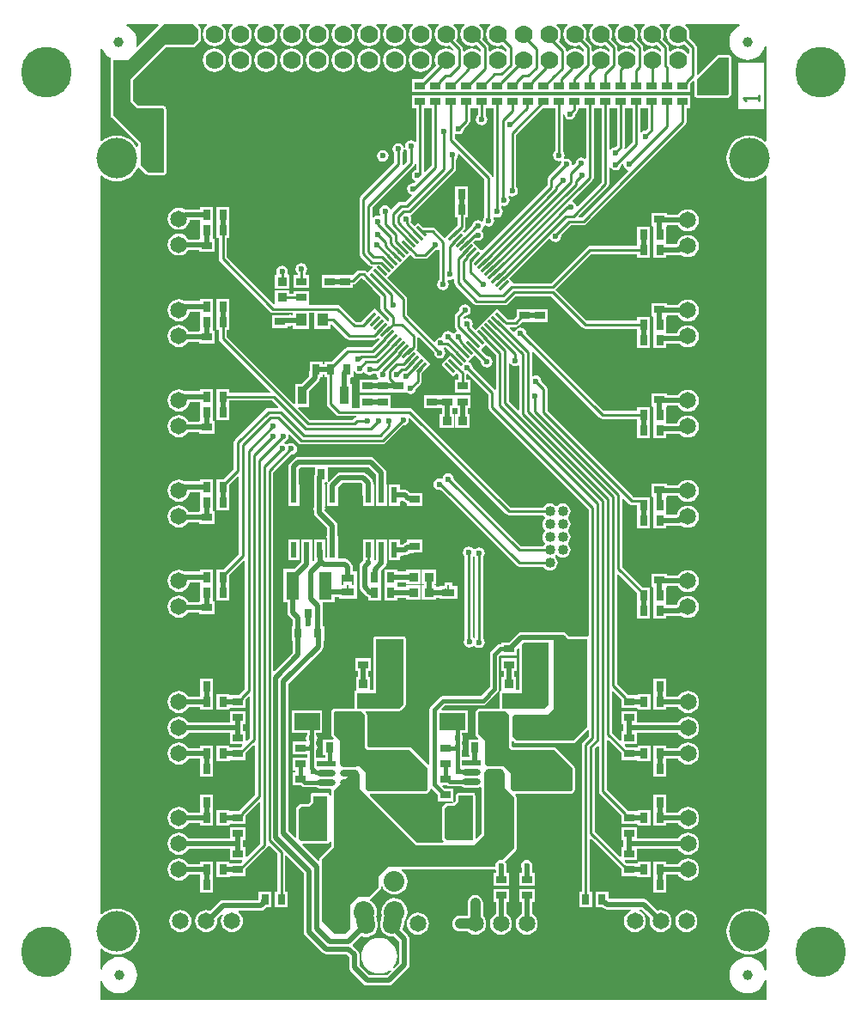
<source format=gtl>
G04*
G04 #@! TF.GenerationSoftware,Altium Limited,Altium Designer,20.1.12 (249)*
G04*
G04 Layer_Physical_Order=1*
G04 Layer_Color=255*
%FSLAX25Y25*%
%MOIN*%
G70*
G04*
G04 #@! TF.SameCoordinates,2042196E-867F-4DAE-B54E-166F92C2B522*
G04*
G04*
G04 #@! TF.FilePolarity,Positive*
G04*
G01*
G75*
%ADD10C,0.01000*%
G04:AMPARAMS|DCode=27|XSize=73.01mil|YSize=24.1mil|CornerRadius=12.05mil|HoleSize=0mil|Usage=FLASHONLY|Rotation=0.000|XOffset=0mil|YOffset=0mil|HoleType=Round|Shape=RoundedRectangle|*
%AMROUNDEDRECTD27*
21,1,0.07301,0.00000,0,0,0.0*
21,1,0.04891,0.02410,0,0,0.0*
1,1,0.02410,0.02445,0.00000*
1,1,0.02410,-0.02445,0.00000*
1,1,0.02410,-0.02445,0.00000*
1,1,0.02410,0.02445,0.00000*
%
%ADD27ROUNDEDRECTD27*%
%ADD28R,0.07301X0.02410*%
%ADD49R,0.04000X0.03000*%
%ADD50R,0.02362X0.06102*%
%ADD51C,0.03937*%
%ADD52R,0.05118X0.11024*%
%ADD53R,0.03500X0.03500*%
%ADD54R,0.09843X0.06693*%
%ADD55R,0.03000X0.04000*%
%ADD56R,0.22441X0.07087*%
%ADD57R,0.04700X0.07100*%
%ADD58R,0.03500X0.03500*%
%ADD59R,0.03150X0.03543*%
%ADD60R,0.04300X0.04800*%
%ADD61R,0.03500X0.07000*%
G04:AMPARAMS|DCode=62|XSize=47.24mil|YSize=11.81mil|CornerRadius=0mil|HoleSize=0mil|Usage=FLASHONLY|Rotation=315.000|XOffset=0mil|YOffset=0mil|HoleType=Round|Shape=Rectangle|*
%AMROTATEDRECTD62*
4,1,4,-0.02088,0.01253,-0.01253,0.02088,0.02088,-0.01253,0.01253,-0.02088,-0.02088,0.01253,0.0*
%
%ADD62ROTATEDRECTD62*%

G04:AMPARAMS|DCode=63|XSize=11.81mil|YSize=47.24mil|CornerRadius=0mil|HoleSize=0mil|Usage=FLASHONLY|Rotation=315.000|XOffset=0mil|YOffset=0mil|HoleType=Round|Shape=Rectangle|*
%AMROTATEDRECTD63*
4,1,4,-0.02088,-0.01253,0.01253,0.02088,0.02088,0.01253,-0.01253,-0.02088,-0.02088,-0.01253,0.0*
%
%ADD63ROTATEDRECTD63*%

G04:AMPARAMS|DCode=64|XSize=11.81mil|YSize=51.18mil|CornerRadius=0mil|HoleSize=0mil|Usage=FLASHONLY|Rotation=315.000|XOffset=0mil|YOffset=0mil|HoleType=Round|Shape=Rectangle|*
%AMROTATEDRECTD64*
4,1,4,-0.02227,-0.01392,0.01392,0.02227,0.02227,0.01392,-0.01392,-0.02227,-0.02227,-0.01392,0.0*
%
%ADD64ROTATEDRECTD64*%

%ADD65R,0.05000X0.03000*%
%ADD66R,0.01000X0.03000*%
%ADD67R,0.11024X0.05118*%
%ADD68C,0.01500*%
%ADD69C,0.02000*%
%ADD70C,0.04000*%
%ADD71C,0.02000*%
%ADD72C,0.19685*%
G04:AMPARAMS|DCode=73|XSize=130mil|YSize=70mil|CornerRadius=0mil|HoleSize=0mil|Usage=FLASHONLY|Rotation=100.000|XOffset=0mil|YOffset=0mil|HoleType=Round|Shape=Round|*
%AMOVALD73*
21,1,0.06000,0.07000,0.00000,0.00000,100.0*
1,1,0.07000,0.00521,-0.02954*
1,1,0.07000,-0.00521,0.02954*
%
%ADD73OVALD73*%

G04:AMPARAMS|DCode=74|XSize=130mil|YSize=70mil|CornerRadius=0mil|HoleSize=0mil|Usage=FLASHONLY|Rotation=80.000|XOffset=0mil|YOffset=0mil|HoleType=Round|Shape=Round|*
%AMOVALD74*
21,1,0.06000,0.07000,0.00000,0.00000,80.0*
1,1,0.07000,-0.00521,-0.02954*
1,1,0.07000,0.00521,0.02954*
%
%ADD74OVALD74*%

%ADD75C,0.08000*%
%ADD76C,0.15748*%
%ADD77C,0.07000*%
%ADD78C,0.06500*%
%ADD79C,0.04000*%
%ADD80C,0.02362*%
G36*
X287096Y589038D02*
X278729Y580671D01*
X278287Y580936D01*
X278399Y581305D01*
X278534Y582677D01*
X278399Y584049D01*
X277998Y585369D01*
X277348Y586585D01*
X276474Y587651D01*
X275408Y588526D01*
X274520Y589000D01*
X274646Y589500D01*
X286905D01*
X287096Y589038D01*
D02*
G37*
G36*
X512728Y589000D02*
X511840Y588526D01*
X510774Y587651D01*
X509900Y586585D01*
X509250Y585369D01*
X508849Y584049D01*
X508714Y582677D01*
X508849Y581305D01*
X509250Y579985D01*
X509900Y578769D01*
X510774Y577704D01*
X511840Y576829D01*
X513056Y576179D01*
X514376Y575778D01*
X515748Y575643D01*
X517120Y575778D01*
X518440Y576179D01*
X519656Y576829D01*
X520722Y577704D01*
X521596Y578769D01*
X522247Y579985D01*
X522500Y580821D01*
X523000Y580747D01*
Y544223D01*
X522500Y543986D01*
X521489Y544816D01*
X519948Y545640D01*
X518275Y546147D01*
X516535Y546318D01*
X514796Y546147D01*
X513123Y545640D01*
X511582Y544816D01*
X510230Y543707D01*
X509121Y542356D01*
X508297Y540814D01*
X507790Y539141D01*
X507619Y537402D01*
X507790Y535662D01*
X508297Y533989D01*
X509121Y532448D01*
X510230Y531096D01*
X511582Y529987D01*
X513123Y529163D01*
X514796Y528656D01*
X516535Y528485D01*
X518275Y528656D01*
X519948Y529163D01*
X521489Y529987D01*
X522500Y530817D01*
X523000Y530580D01*
Y244223D01*
X522500Y243986D01*
X521489Y244816D01*
X519948Y245640D01*
X518275Y246147D01*
X516535Y246319D01*
X514796Y246147D01*
X513123Y245640D01*
X511582Y244816D01*
X510230Y243707D01*
X509121Y242356D01*
X508297Y240814D01*
X507790Y239141D01*
X507619Y237402D01*
X507790Y235662D01*
X508297Y233989D01*
X509121Y232448D01*
X510230Y231096D01*
X511582Y229987D01*
X513123Y229163D01*
X514796Y228656D01*
X516535Y228485D01*
X518275Y228656D01*
X519948Y229163D01*
X521489Y229987D01*
X522500Y230817D01*
X523000Y230580D01*
Y222403D01*
X522500Y222328D01*
X522247Y223164D01*
X521596Y224380D01*
X520722Y225446D01*
X519656Y226321D01*
X518440Y226971D01*
X517120Y227371D01*
X515748Y227506D01*
X514376Y227371D01*
X513056Y226971D01*
X511840Y226321D01*
X510774Y225446D01*
X509900Y224380D01*
X509250Y223164D01*
X508849Y221845D01*
X508714Y220472D01*
X508849Y219100D01*
X509250Y217781D01*
X509900Y216565D01*
X510774Y215499D01*
X511840Y214624D01*
X513056Y213974D01*
X514376Y213574D01*
X515748Y213439D01*
X517120Y213574D01*
X518440Y213974D01*
X519656Y214624D01*
X520722Y215499D01*
X521596Y216565D01*
X522247Y217781D01*
X522500Y218616D01*
X523000Y218542D01*
Y211000D01*
X264500D01*
Y218218D01*
X265000Y218292D01*
X265155Y217781D01*
X265805Y216565D01*
X266680Y215499D01*
X267746Y214624D01*
X268962Y213974D01*
X270281Y213574D01*
X271654Y213439D01*
X273026Y213574D01*
X274345Y213974D01*
X275561Y214624D01*
X276627Y215499D01*
X277502Y216565D01*
X278152Y217781D01*
X278552Y219100D01*
X278687Y220472D01*
X278552Y221845D01*
X278152Y223164D01*
X277502Y224380D01*
X276627Y225446D01*
X275561Y226321D01*
X274345Y226971D01*
X273026Y227371D01*
X271654Y227506D01*
X270281Y227371D01*
X268962Y226971D01*
X267746Y226321D01*
X266680Y225446D01*
X265805Y224380D01*
X265155Y223164D01*
X265000Y222653D01*
X264500Y222727D01*
Y230500D01*
X265000Y230736D01*
X265912Y229987D01*
X267454Y229163D01*
X269127Y228656D01*
X270866Y228485D01*
X272606Y228656D01*
X274278Y229163D01*
X275820Y229987D01*
X277171Y231096D01*
X278280Y232448D01*
X279104Y233989D01*
X279612Y235662D01*
X279783Y237402D01*
X279612Y239141D01*
X279104Y240814D01*
X278280Y242356D01*
X277171Y243707D01*
X275820Y244816D01*
X274278Y245640D01*
X272606Y246147D01*
X270866Y246319D01*
X269127Y246147D01*
X267454Y245640D01*
X265912Y244816D01*
X265000Y244067D01*
X264500Y244304D01*
Y530500D01*
X265000Y530736D01*
X265912Y529987D01*
X267454Y529163D01*
X269127Y528656D01*
X270866Y528485D01*
X272606Y528656D01*
X274278Y529163D01*
X275820Y529987D01*
X277171Y531096D01*
X278280Y532448D01*
X279020Y533831D01*
X279460Y533958D01*
X279613Y533945D01*
X282279Y531279D01*
X282610Y531058D01*
X283000Y530980D01*
X289000D01*
X289390Y531058D01*
X289721Y531279D01*
X289942Y531610D01*
X290020Y532000D01*
Y556500D01*
X289942Y556890D01*
X289721Y557221D01*
X289660Y557282D01*
Y557512D01*
X289430D01*
X289221Y557721D01*
X288890Y557942D01*
X288500Y558020D01*
X278922D01*
X277020Y559922D01*
Y567578D01*
X289922Y580480D01*
X300500D01*
X300890Y580558D01*
X301221Y580779D01*
X303221Y582779D01*
X303442Y583110D01*
X303520Y583500D01*
Y587500D01*
X303442Y587890D01*
X303221Y588221D01*
X302404Y589038D01*
X302595Y589500D01*
X305634D01*
X305803Y589000D01*
X305491Y588761D01*
X304770Y587821D01*
X304317Y586726D01*
X304162Y585551D01*
X304317Y584376D01*
X304770Y583282D01*
X305491Y582342D01*
X306431Y581620D01*
X307526Y581167D01*
X308701Y581012D01*
X309875Y581167D01*
X310970Y581620D01*
X311910Y582342D01*
X312632Y583282D01*
X313085Y584376D01*
X313240Y585551D01*
X313085Y586726D01*
X312632Y587821D01*
X311910Y588761D01*
X311598Y589000D01*
X311768Y589500D01*
X315634D01*
X315803Y589000D01*
X315491Y588761D01*
X314770Y587821D01*
X314317Y586726D01*
X314162Y585551D01*
X314317Y584376D01*
X314770Y583282D01*
X315491Y582342D01*
X316431Y581620D01*
X317526Y581167D01*
X318701Y581012D01*
X319876Y581167D01*
X320970Y581620D01*
X321910Y582342D01*
X322632Y583282D01*
X323085Y584376D01*
X323240Y585551D01*
X323085Y586726D01*
X322632Y587821D01*
X321910Y588761D01*
X321598Y589000D01*
X321768Y589500D01*
X325634D01*
X325803Y589000D01*
X325491Y588761D01*
X324770Y587821D01*
X324317Y586726D01*
X324162Y585551D01*
X324317Y584376D01*
X324770Y583282D01*
X325491Y582342D01*
X326431Y581620D01*
X327526Y581167D01*
X328701Y581012D01*
X329875Y581167D01*
X330970Y581620D01*
X331910Y582342D01*
X332631Y583282D01*
X333085Y584376D01*
X333240Y585551D01*
X333085Y586726D01*
X332631Y587821D01*
X331910Y588761D01*
X331598Y589000D01*
X331768Y589500D01*
X335634D01*
X335803Y589000D01*
X335491Y588761D01*
X334770Y587821D01*
X334317Y586726D01*
X334162Y585551D01*
X334317Y584376D01*
X334770Y583282D01*
X335491Y582342D01*
X336431Y581620D01*
X337526Y581167D01*
X338701Y581012D01*
X339876Y581167D01*
X340970Y581620D01*
X341910Y582342D01*
X342632Y583282D01*
X343085Y584376D01*
X343240Y585551D01*
X343085Y586726D01*
X342632Y587821D01*
X341910Y588761D01*
X341598Y589000D01*
X341768Y589500D01*
X345634D01*
X345803Y589000D01*
X345491Y588761D01*
X344770Y587821D01*
X344317Y586726D01*
X344162Y585551D01*
X344317Y584376D01*
X344770Y583282D01*
X345491Y582342D01*
X346431Y581620D01*
X347526Y581167D01*
X348701Y581012D01*
X349875Y581167D01*
X350970Y581620D01*
X351910Y582342D01*
X352631Y583282D01*
X353085Y584376D01*
X353240Y585551D01*
X353085Y586726D01*
X352631Y587821D01*
X351910Y588761D01*
X351598Y589000D01*
X351768Y589500D01*
X355634D01*
X355803Y589000D01*
X355491Y588761D01*
X354770Y587821D01*
X354317Y586726D01*
X354162Y585551D01*
X354317Y584376D01*
X354770Y583282D01*
X355491Y582342D01*
X356431Y581620D01*
X357526Y581167D01*
X358701Y581012D01*
X359875Y581167D01*
X360970Y581620D01*
X361910Y582342D01*
X362632Y583282D01*
X363085Y584376D01*
X363240Y585551D01*
X363085Y586726D01*
X362632Y587821D01*
X361910Y588761D01*
X361598Y589000D01*
X361768Y589500D01*
X365634D01*
X365803Y589000D01*
X365491Y588761D01*
X364770Y587821D01*
X364317Y586726D01*
X364162Y585551D01*
X364317Y584376D01*
X364770Y583282D01*
X365491Y582342D01*
X366431Y581620D01*
X367526Y581167D01*
X368701Y581012D01*
X369876Y581167D01*
X370970Y581620D01*
X371910Y582342D01*
X372632Y583282D01*
X373085Y584376D01*
X373240Y585551D01*
X373085Y586726D01*
X372632Y587821D01*
X371910Y588761D01*
X371598Y589000D01*
X371768Y589500D01*
X375634D01*
X375803Y589000D01*
X375491Y588761D01*
X374770Y587821D01*
X374317Y586726D01*
X374162Y585551D01*
X374317Y584376D01*
X374770Y583282D01*
X375491Y582342D01*
X376431Y581620D01*
X377526Y581167D01*
X378701Y581012D01*
X379875Y581167D01*
X380970Y581620D01*
X381910Y582342D01*
X382631Y583282D01*
X383085Y584376D01*
X383240Y585551D01*
X383085Y586726D01*
X382631Y587821D01*
X381910Y588761D01*
X381598Y589000D01*
X381768Y589500D01*
X385634D01*
X385803Y589000D01*
X385491Y588761D01*
X384770Y587821D01*
X384317Y586726D01*
X384162Y585551D01*
X384317Y584376D01*
X384770Y583282D01*
X385491Y582342D01*
X386431Y581620D01*
X387526Y581167D01*
X388701Y581012D01*
X389876Y581167D01*
X390970Y581620D01*
X391910Y582342D01*
X392632Y583282D01*
X393085Y584376D01*
X393240Y585551D01*
X393085Y586726D01*
X392632Y587821D01*
X391910Y588761D01*
X391598Y589000D01*
X391768Y589500D01*
X395634D01*
X395803Y589000D01*
X395491Y588761D01*
X394770Y587821D01*
X394317Y586726D01*
X394162Y585551D01*
X394317Y584376D01*
X394770Y583282D01*
X395491Y582342D01*
X396431Y581620D01*
X397526Y581167D01*
X398701Y581012D01*
X399875Y581167D01*
X400084Y581253D01*
X401854Y579483D01*
X401841Y579444D01*
X401257Y579262D01*
X400970Y579482D01*
X399875Y579935D01*
X398701Y580090D01*
X397526Y579935D01*
X396431Y579482D01*
X395491Y578761D01*
X394770Y577821D01*
X394317Y576726D01*
X394162Y575551D01*
X394317Y574376D01*
X394690Y573476D01*
X389337Y568124D01*
X385500D01*
Y563124D01*
X493500D01*
Y566461D01*
X494519Y567479D01*
X494980Y567288D01*
Y562000D01*
X495058Y561610D01*
X495279Y561279D01*
X495610Y561058D01*
X496000Y560980D01*
X508000D01*
X508390Y561058D01*
X508721Y561279D01*
X509221Y561779D01*
X509442Y562110D01*
X509520Y562500D01*
Y576500D01*
X509442Y576890D01*
X509221Y577221D01*
X508890Y577442D01*
X508500Y577520D01*
X504500D01*
X504110Y577442D01*
X503779Y577221D01*
X496529Y569971D01*
X496029Y570178D01*
Y580500D01*
X495913Y581085D01*
X495581Y581582D01*
X492998Y584165D01*
X493085Y584376D01*
X493240Y585551D01*
X493085Y586726D01*
X492631Y587821D01*
X491910Y588761D01*
X491598Y589000D01*
X491768Y589500D01*
X512603D01*
X512728Y589000D01*
D02*
G37*
G36*
X475803D02*
X475491Y588761D01*
X474770Y587821D01*
X474317Y586726D01*
X474162Y585551D01*
X474317Y584376D01*
X474770Y583282D01*
X475491Y582342D01*
X476431Y581620D01*
X477526Y581167D01*
X478701Y581012D01*
X479876Y581167D01*
X480616Y581473D01*
X482171Y579918D01*
Y579190D01*
X481671Y578944D01*
X480970Y579482D01*
X479876Y579935D01*
X478701Y580090D01*
X477526Y579935D01*
X476431Y579482D01*
X475730Y578944D01*
X475230Y579190D01*
Y580551D01*
X475114Y581136D01*
X474782Y581633D01*
X472778Y583636D01*
X473085Y584376D01*
X473240Y585551D01*
X473085Y586726D01*
X472632Y587821D01*
X471910Y588761D01*
X471598Y589000D01*
X471768Y589500D01*
X475634D01*
X475803Y589000D01*
D02*
G37*
G36*
X465803D02*
X465491Y588761D01*
X464770Y587821D01*
X464317Y586726D01*
X464162Y585551D01*
X464317Y584376D01*
X464770Y583282D01*
X465491Y582342D01*
X466431Y581620D01*
X467526Y581167D01*
X468701Y581012D01*
X469875Y581167D01*
X470615Y581473D01*
X472171Y579918D01*
Y579190D01*
X471671Y578944D01*
X470970Y579482D01*
X469875Y579935D01*
X468701Y580090D01*
X467526Y579935D01*
X466431Y579482D01*
X465730Y578944D01*
X465230Y579190D01*
Y580551D01*
X465114Y581136D01*
X464782Y581633D01*
X462778Y583636D01*
X463085Y584376D01*
X463240Y585551D01*
X463085Y586726D01*
X462632Y587821D01*
X461910Y588761D01*
X461598Y589000D01*
X461768Y589500D01*
X465634D01*
X465803Y589000D01*
D02*
G37*
G36*
X455803D02*
X455491Y588761D01*
X454770Y587821D01*
X454317Y586726D01*
X454162Y585551D01*
X454317Y584376D01*
X454770Y583282D01*
X455491Y582342D01*
X456431Y581620D01*
X457526Y581167D01*
X458701Y581012D01*
X459875Y581167D01*
X460615Y581473D01*
X462171Y579918D01*
Y579190D01*
X461671Y578944D01*
X460970Y579482D01*
X459875Y579935D01*
X458701Y580090D01*
X457526Y579935D01*
X456431Y579482D01*
X455730Y578944D01*
X455230Y579190D01*
Y580551D01*
X455114Y581136D01*
X454782Y581633D01*
X452778Y583636D01*
X453085Y584376D01*
X453240Y585551D01*
X453085Y586726D01*
X452632Y587821D01*
X451910Y588761D01*
X451598Y589000D01*
X451768Y589500D01*
X455634D01*
X455803Y589000D01*
D02*
G37*
G36*
X445803D02*
X445491Y588761D01*
X444770Y587821D01*
X444317Y586726D01*
X444162Y585551D01*
X444317Y584376D01*
X444770Y583282D01*
X445491Y582342D01*
X446431Y581620D01*
X447526Y581167D01*
X448701Y581012D01*
X449875Y581167D01*
X450616Y581473D01*
X452171Y579918D01*
Y579190D01*
X451671Y578944D01*
X450970Y579482D01*
X449875Y579935D01*
X448701Y580090D01*
X447526Y579935D01*
X446431Y579482D01*
X445730Y578944D01*
X445230Y579190D01*
Y579299D01*
X445114Y579884D01*
X444782Y580381D01*
X442306Y582857D01*
X442631Y583282D01*
X443085Y584376D01*
X443240Y585551D01*
X443085Y586726D01*
X442631Y587821D01*
X441910Y588761D01*
X441598Y589000D01*
X441768Y589500D01*
X445634D01*
X445803Y589000D01*
D02*
G37*
G36*
X415803D02*
X415491Y588761D01*
X414770Y587821D01*
X414317Y586726D01*
X414162Y585551D01*
X414317Y584376D01*
X414770Y583282D01*
X415491Y582342D01*
X416431Y581620D01*
X417526Y581167D01*
X418701Y581012D01*
X419875Y581167D01*
X420615Y581473D01*
X422171Y579918D01*
Y579190D01*
X421671Y578944D01*
X420970Y579482D01*
X419875Y579935D01*
X418701Y580090D01*
X417526Y579935D01*
X416431Y579482D01*
X415730Y578944D01*
X415230Y579190D01*
Y580551D01*
X415114Y581136D01*
X414782Y581633D01*
X412778Y583636D01*
X413085Y584376D01*
X413240Y585551D01*
X413085Y586726D01*
X412632Y587821D01*
X411910Y588761D01*
X411598Y589000D01*
X411768Y589500D01*
X415634D01*
X415803Y589000D01*
D02*
G37*
G36*
X405803D02*
X405491Y588761D01*
X404770Y587821D01*
X404317Y586726D01*
X404162Y585551D01*
X404317Y584376D01*
X404770Y583282D01*
X405491Y582342D01*
X406431Y581620D01*
X407526Y581167D01*
X408701Y581012D01*
X409875Y581167D01*
X410615Y581473D01*
X412171Y579918D01*
Y579190D01*
X411671Y578944D01*
X410970Y579482D01*
X409875Y579935D01*
X408701Y580090D01*
X407526Y579935D01*
X406431Y579482D01*
X405730Y578944D01*
X405230Y579190D01*
Y579799D01*
X405114Y580384D01*
X404782Y580881D01*
X402523Y583140D01*
X402632Y583282D01*
X403085Y584376D01*
X403240Y585551D01*
X403085Y586726D01*
X402632Y587821D01*
X401910Y588761D01*
X401598Y589000D01*
X401768Y589500D01*
X405634D01*
X405803Y589000D01*
D02*
G37*
G36*
X485803D02*
X485491Y588761D01*
X484770Y587821D01*
X484317Y586726D01*
X484162Y585551D01*
X484317Y584376D01*
X484770Y583282D01*
X485491Y582342D01*
X486431Y581620D01*
X487526Y581167D01*
X488701Y581012D01*
X489876Y581167D01*
X490970Y581620D01*
X491110Y581728D01*
X492971Y579867D01*
Y578200D01*
X492471Y578030D01*
X491910Y578761D01*
X490970Y579482D01*
X489876Y579935D01*
X488701Y580090D01*
X487526Y579935D01*
X486431Y579482D01*
X485730Y578944D01*
X485230Y579190D01*
Y580551D01*
X485114Y581136D01*
X484782Y581633D01*
X482778Y583636D01*
X483085Y584376D01*
X483240Y585551D01*
X483085Y586726D01*
X482631Y587821D01*
X481910Y588761D01*
X481598Y589000D01*
X481768Y589500D01*
X485634D01*
X485803Y589000D01*
D02*
G37*
G36*
X508500Y562500D02*
X508000Y562000D01*
X496000D01*
Y568000D01*
X504500Y576500D01*
X508500D01*
Y562500D01*
D02*
G37*
G36*
X265002Y579985D02*
X265651Y578769D01*
X266526Y577704D01*
X267592Y576829D01*
X268438Y576377D01*
X268559Y575892D01*
X268558Y575890D01*
X268480Y575500D01*
Y570000D01*
Y568000D01*
Y554000D01*
X268558Y553610D01*
X268779Y553279D01*
X278980Y543078D01*
Y542075D01*
X278495Y541953D01*
X278280Y542356D01*
X277171Y543707D01*
X275820Y544816D01*
X274278Y545640D01*
X272606Y546147D01*
X270866Y546318D01*
X269127Y546147D01*
X267454Y545640D01*
X265912Y544816D01*
X265000Y544067D01*
X264500Y544304D01*
Y579916D01*
X265000Y579990D01*
X265002Y579985D01*
D02*
G37*
G36*
X302500Y587500D02*
Y583500D01*
X300500Y581500D01*
X289500D01*
X276000Y568000D01*
Y559500D01*
X278500Y557000D01*
X288500D01*
X289000Y556500D01*
Y532000D01*
X283000D01*
X280000Y535000D01*
Y543500D01*
X269500Y554000D01*
Y568000D01*
Y575500D01*
X275000D01*
X289000Y589500D01*
X300500D01*
X302500Y587500D01*
D02*
G37*
%LPC*%
G36*
X388701Y580090D02*
X387526Y579935D01*
X386431Y579482D01*
X385491Y578761D01*
X384770Y577821D01*
X384317Y576726D01*
X384162Y575551D01*
X384317Y574376D01*
X384770Y573282D01*
X385491Y572342D01*
X386431Y571620D01*
X387526Y571167D01*
X388701Y571012D01*
X389876Y571167D01*
X390970Y571620D01*
X391910Y572342D01*
X392632Y573282D01*
X393085Y574376D01*
X393240Y575551D01*
X393085Y576726D01*
X392632Y577821D01*
X391910Y578761D01*
X390970Y579482D01*
X389876Y579935D01*
X388701Y580090D01*
D02*
G37*
G36*
X378701D02*
X377526Y579935D01*
X376431Y579482D01*
X375491Y578761D01*
X374770Y577821D01*
X374317Y576726D01*
X374162Y575551D01*
X374317Y574376D01*
X374770Y573282D01*
X375491Y572342D01*
X376431Y571620D01*
X377526Y571167D01*
X378701Y571012D01*
X379875Y571167D01*
X380970Y571620D01*
X381910Y572342D01*
X382631Y573282D01*
X383085Y574376D01*
X383240Y575551D01*
X383085Y576726D01*
X382631Y577821D01*
X381910Y578761D01*
X380970Y579482D01*
X379875Y579935D01*
X378701Y580090D01*
D02*
G37*
G36*
X368701D02*
X367526Y579935D01*
X366431Y579482D01*
X365491Y578761D01*
X364770Y577821D01*
X364317Y576726D01*
X364162Y575551D01*
X364317Y574376D01*
X364770Y573282D01*
X365491Y572342D01*
X366431Y571620D01*
X367526Y571167D01*
X368701Y571012D01*
X369876Y571167D01*
X370970Y571620D01*
X371910Y572342D01*
X372632Y573282D01*
X373085Y574376D01*
X373240Y575551D01*
X373085Y576726D01*
X372632Y577821D01*
X371910Y578761D01*
X370970Y579482D01*
X369876Y579935D01*
X368701Y580090D01*
D02*
G37*
G36*
X358701D02*
X357526Y579935D01*
X356431Y579482D01*
X355491Y578761D01*
X354770Y577821D01*
X354317Y576726D01*
X354162Y575551D01*
X354317Y574376D01*
X354770Y573282D01*
X355491Y572342D01*
X356431Y571620D01*
X357526Y571167D01*
X358701Y571012D01*
X359875Y571167D01*
X360970Y571620D01*
X361910Y572342D01*
X362632Y573282D01*
X363085Y574376D01*
X363240Y575551D01*
X363085Y576726D01*
X362632Y577821D01*
X361910Y578761D01*
X360970Y579482D01*
X359875Y579935D01*
X358701Y580090D01*
D02*
G37*
G36*
X348701D02*
X347526Y579935D01*
X346431Y579482D01*
X345491Y578761D01*
X344770Y577821D01*
X344317Y576726D01*
X344162Y575551D01*
X344317Y574376D01*
X344770Y573282D01*
X345491Y572342D01*
X346431Y571620D01*
X347526Y571167D01*
X348701Y571012D01*
X349875Y571167D01*
X350970Y571620D01*
X351910Y572342D01*
X352631Y573282D01*
X353085Y574376D01*
X353240Y575551D01*
X353085Y576726D01*
X352631Y577821D01*
X351910Y578761D01*
X350970Y579482D01*
X349875Y579935D01*
X348701Y580090D01*
D02*
G37*
G36*
X338701D02*
X337526Y579935D01*
X336431Y579482D01*
X335491Y578761D01*
X334770Y577821D01*
X334317Y576726D01*
X334162Y575551D01*
X334317Y574376D01*
X334770Y573282D01*
X335491Y572342D01*
X336431Y571620D01*
X337526Y571167D01*
X338701Y571012D01*
X339876Y571167D01*
X340970Y571620D01*
X341910Y572342D01*
X342632Y573282D01*
X343085Y574376D01*
X343240Y575551D01*
X343085Y576726D01*
X342632Y577821D01*
X341910Y578761D01*
X340970Y579482D01*
X339876Y579935D01*
X338701Y580090D01*
D02*
G37*
G36*
X328701D02*
X327526Y579935D01*
X326431Y579482D01*
X325491Y578761D01*
X324770Y577821D01*
X324317Y576726D01*
X324162Y575551D01*
X324317Y574376D01*
X324770Y573282D01*
X325491Y572342D01*
X326431Y571620D01*
X327526Y571167D01*
X328701Y571012D01*
X329875Y571167D01*
X330970Y571620D01*
X331910Y572342D01*
X332631Y573282D01*
X333085Y574376D01*
X333240Y575551D01*
X333085Y576726D01*
X332631Y577821D01*
X331910Y578761D01*
X330970Y579482D01*
X329875Y579935D01*
X328701Y580090D01*
D02*
G37*
G36*
X318701D02*
X317526Y579935D01*
X316431Y579482D01*
X315491Y578761D01*
X314770Y577821D01*
X314317Y576726D01*
X314162Y575551D01*
X314317Y574376D01*
X314770Y573282D01*
X315491Y572342D01*
X316431Y571620D01*
X317526Y571167D01*
X318701Y571012D01*
X319876Y571167D01*
X320970Y571620D01*
X321910Y572342D01*
X322632Y573282D01*
X323085Y574376D01*
X323240Y575551D01*
X323085Y576726D01*
X322632Y577821D01*
X321910Y578761D01*
X320970Y579482D01*
X319876Y579935D01*
X318701Y580090D01*
D02*
G37*
G36*
X308701D02*
X307526Y579935D01*
X306431Y579482D01*
X305491Y578761D01*
X304770Y577821D01*
X304317Y576726D01*
X304162Y575551D01*
X304317Y574376D01*
X304770Y573282D01*
X305491Y572342D01*
X306431Y571620D01*
X307526Y571167D01*
X308701Y571012D01*
X309875Y571167D01*
X310970Y571620D01*
X311910Y572342D01*
X312632Y573282D01*
X313085Y574376D01*
X313240Y575551D01*
X313085Y576726D01*
X312632Y577821D01*
X311910Y578761D01*
X310970Y579482D01*
X309875Y579935D01*
X308701Y580090D01*
D02*
G37*
G36*
X522000Y574500D02*
X512000D01*
Y556500D01*
X522000D01*
Y574500D01*
D02*
G37*
G36*
X493500Y561876D02*
X385500D01*
Y556876D01*
X386971D01*
Y543989D01*
X386471Y543822D01*
X385851Y544236D01*
X385000Y544405D01*
X384149Y544236D01*
X383428Y543754D01*
X382945Y543032D01*
X382776Y542181D01*
X382945Y541330D01*
X383428Y540609D01*
X383471Y540580D01*
Y536133D01*
X382114Y534777D01*
X381653Y535023D01*
X381678Y535149D01*
Y539453D01*
X381721Y539482D01*
X382204Y540204D01*
X382373Y541055D01*
X382204Y541906D01*
X381721Y542627D01*
X381000Y543109D01*
X380149Y543278D01*
X379298Y543109D01*
X378576Y542627D01*
X378094Y541906D01*
X377925Y541055D01*
X378094Y540204D01*
X378576Y539482D01*
X378620Y539453D01*
Y535782D01*
X365419Y522581D01*
X365087Y522085D01*
X364971Y521500D01*
Y500380D01*
X365087Y499795D01*
X365419Y499298D01*
X368840Y495878D01*
X369336Y495546D01*
X369921Y495430D01*
X370012D01*
X370145Y494930D01*
X368270Y493054D01*
X367743Y493581D01*
X367246Y493913D01*
X366661Y494029D01*
X365000D01*
X364415Y493913D01*
X363919Y493581D01*
X362461Y492124D01*
X350500D01*
Y487124D01*
X362500D01*
Y488471D01*
X363085Y488587D01*
X363581Y488919D01*
X365601Y490938D01*
X366064Y490848D01*
X368401Y488511D01*
X368484Y488386D01*
X373289Y483581D01*
Y479181D01*
X373406Y478596D01*
X373738Y478100D01*
X376471Y475366D01*
Y474458D01*
X376122Y474313D01*
X375971Y474304D01*
X373742Y476533D01*
X370958Y479317D01*
X365925Y474284D01*
X365530Y474029D01*
X363633D01*
X357581Y480081D01*
X357085Y480413D01*
X356500Y480529D01*
X345856D01*
X345500Y480876D01*
X345500Y481029D01*
Y485876D01*
X339500D01*
Y484906D01*
X337750D01*
Y486250D01*
X332250D01*
Y481120D01*
X331750Y480913D01*
X313529Y499133D01*
Y506500D01*
X314500D01*
Y512500D01*
Y518500D01*
X309500D01*
Y512500D01*
Y506500D01*
X310471D01*
Y498500D01*
X310587Y497915D01*
X310919Y497419D01*
X330419Y477919D01*
X330915Y477587D01*
X331500Y477471D01*
X339216D01*
Y476912D01*
X339104Y476802D01*
X338716Y476581D01*
X338000Y476724D01*
X337500Y476624D01*
X337000Y476624D01*
X337000Y476624D01*
X337000Y476624D01*
X331000D01*
Y471624D01*
X337000D01*
Y472114D01*
X337500Y472376D01*
X338000Y472276D01*
X338586Y472393D01*
X339216D01*
Y471340D01*
X345516D01*
Y477471D01*
X347484D01*
Y471340D01*
X353784D01*
Y472846D01*
X354284Y473053D01*
X359919Y467419D01*
X360415Y467087D01*
X361000Y466971D01*
X370742D01*
X371327Y467087D01*
X371823Y467419D01*
X372306Y467902D01*
X372859Y467350D01*
X369629Y464120D01*
X360467D01*
X359882Y464003D01*
X359385Y463672D01*
X354214Y458500D01*
X351376D01*
Y457539D01*
X350624D01*
Y458500D01*
X345624D01*
Y455197D01*
X345584Y455000D01*
Y452986D01*
X342598Y450000D01*
X339982D01*
Y442334D01*
X339520Y442142D01*
X313529Y468133D01*
Y471000D01*
X314500D01*
Y477000D01*
Y483000D01*
X309500D01*
Y477000D01*
Y471000D01*
X310471D01*
Y467500D01*
X310587Y466915D01*
X310919Y466419D01*
X330346Y446991D01*
X330154Y446529D01*
X314500D01*
Y448000D01*
X309500D01*
Y442000D01*
Y436000D01*
X314500D01*
Y442000D01*
Y443471D01*
X331038D01*
X333517Y440991D01*
X333326Y440529D01*
X329672D01*
X329086Y440413D01*
X328590Y440081D01*
X316715Y428206D01*
X316384Y427710D01*
X316267Y427125D01*
Y416930D01*
X312337Y413000D01*
X309500D01*
Y407000D01*
Y401000D01*
X314500D01*
Y407000D01*
Y410837D01*
X317805Y414142D01*
X318267Y413951D01*
Y383930D01*
X312337Y378000D01*
X309500D01*
Y372000D01*
Y366000D01*
X314500D01*
Y372000D01*
Y375837D01*
X320009Y381346D01*
X320471Y381154D01*
Y331381D01*
X318295Y329205D01*
X318240Y329124D01*
X314876D01*
X314500Y329422D01*
Y329500D01*
X309500D01*
Y323500D01*
X314500D01*
Y323825D01*
X314876Y324124D01*
X320876D01*
Y327461D01*
X322009Y328593D01*
X322471Y328402D01*
Y312633D01*
X321338Y311501D01*
X320876Y311693D01*
Y315124D01*
X319916D01*
Y317876D01*
X320876D01*
Y322876D01*
X314876D01*
Y318539D01*
X298632D01*
X298589Y318643D01*
X297907Y319531D01*
X297020Y320212D01*
X295986Y320641D01*
X294876Y320787D01*
X293767Y320641D01*
X292733Y320212D01*
X291845Y319531D01*
X291164Y318643D01*
X290736Y317610D01*
X290590Y316500D01*
X290736Y315390D01*
X291164Y314357D01*
X291845Y313469D01*
X292733Y312788D01*
X293767Y312359D01*
X294876Y312213D01*
X295986Y312359D01*
X297020Y312788D01*
X297907Y313469D01*
X298589Y314357D01*
X298632Y314461D01*
X314876D01*
Y310124D01*
X319307D01*
X319499Y309662D01*
X318713Y308876D01*
X314876D01*
X314500Y309175D01*
Y309500D01*
X309500D01*
Y303500D01*
X314500D01*
Y303578D01*
X314876Y303876D01*
X320876D01*
Y306714D01*
X324009Y309846D01*
X324471Y309654D01*
Y290381D01*
X318295Y284205D01*
X318240Y284124D01*
X314876D01*
X314500Y284422D01*
Y284500D01*
X309500D01*
Y278500D01*
X314500D01*
Y278825D01*
X314876Y279124D01*
X320876D01*
Y282461D01*
X326009Y287593D01*
X326471Y287402D01*
Y271634D01*
X321338Y266501D01*
X320876Y266692D01*
Y270124D01*
X319916D01*
Y272876D01*
X320876D01*
Y277876D01*
X314876D01*
Y273539D01*
X298632D01*
X298589Y273643D01*
X297907Y274531D01*
X297020Y275212D01*
X295986Y275641D01*
X294876Y275787D01*
X293767Y275641D01*
X292733Y275212D01*
X291845Y274531D01*
X291164Y273643D01*
X290736Y272609D01*
X290590Y271500D01*
X290736Y270391D01*
X291164Y269357D01*
X291845Y268469D01*
X292733Y267788D01*
X293767Y267359D01*
X294876Y267213D01*
X295986Y267359D01*
X297020Y267788D01*
X297907Y268469D01*
X298589Y269357D01*
X298632Y269461D01*
X314876D01*
Y265124D01*
X319307D01*
X319499Y264662D01*
X318713Y263876D01*
X314876D01*
X314500Y264175D01*
Y264500D01*
X309500D01*
Y258500D01*
X314500D01*
Y258578D01*
X314876Y258876D01*
X320876D01*
Y261714D01*
X329081Y269919D01*
X329413Y270415D01*
X329457Y270637D01*
X330000Y270802D01*
X333094Y267707D01*
Y253000D01*
X332124D01*
Y247000D01*
X337124D01*
Y253000D01*
X336153D01*
Y266810D01*
X336615Y267001D01*
X343461Y260155D01*
Y237312D01*
X343616Y236531D01*
X344058Y235870D01*
X350683Y229245D01*
X351344Y228803D01*
X352125Y228648D01*
X359968D01*
X360961Y227655D01*
Y223500D01*
X361116Y222720D01*
X361558Y222058D01*
X366558Y217058D01*
X367220Y216616D01*
X368000Y216461D01*
X376500D01*
X377280Y216616D01*
X377942Y217058D01*
X383942Y223058D01*
X384384Y223720D01*
X384539Y224500D01*
Y234500D01*
X384384Y235280D01*
X383942Y235942D01*
X381790Y238093D01*
X382137Y239192D01*
X382640Y242043D01*
X382974Y242478D01*
X383478Y243695D01*
X383649Y245000D01*
X383478Y246305D01*
X382974Y247522D01*
X382844Y247691D01*
X382427Y248492D01*
X381626Y249366D01*
X380627Y250002D01*
X379497Y250359D01*
X378313Y250410D01*
X377156Y250154D01*
X376105Y249607D01*
X375232Y248806D01*
X375116Y248624D01*
X375040Y248566D01*
X374239Y247522D01*
X373735Y246305D01*
X373563Y245000D01*
X373726Y243766D01*
X373197Y240768D01*
X373145Y239584D01*
X373402Y238427D01*
X373949Y237376D01*
X374749Y236503D01*
X375749Y235866D01*
X376879Y235510D01*
X378063Y235458D01*
X378550Y235566D01*
X380461Y233655D01*
Y225345D01*
X378458Y223342D01*
X378087Y223678D01*
X378470Y224145D01*
X379112Y225345D01*
X379506Y226646D01*
X379640Y228000D01*
X379506Y229354D01*
X379112Y230655D01*
X378470Y231855D01*
X377607Y232907D01*
X376556Y233769D01*
X375356Y234411D01*
X374055Y234806D01*
X372701Y234939D01*
X371347Y234806D01*
X370045Y234411D01*
X368846Y233769D01*
X367794Y232907D01*
X366931Y231855D01*
X366290Y230655D01*
X365895Y229354D01*
X365762Y228000D01*
X365895Y226646D01*
X366290Y225345D01*
X366931Y224145D01*
X367794Y223093D01*
X368846Y222231D01*
X370045Y221589D01*
X371347Y221194D01*
X372701Y221061D01*
X374055Y221194D01*
X375356Y221589D01*
X376556Y222231D01*
X377023Y222614D01*
X377359Y222243D01*
X375655Y220539D01*
X368845D01*
X365039Y224345D01*
Y228500D01*
X364884Y229280D01*
X364442Y229942D01*
X362576Y231808D01*
X362341Y232226D01*
X362571Y232487D01*
X365805Y235720D01*
X366120Y235556D01*
X367276Y235300D01*
X368460Y235352D01*
X369590Y235708D01*
X370589Y236345D01*
X371390Y237218D01*
X371937Y238269D01*
X372194Y239426D01*
X372142Y240610D01*
X371618Y243579D01*
X371667Y243695D01*
X371838Y245000D01*
X371667Y246305D01*
X371163Y247522D01*
X370361Y248566D01*
X369347Y249344D01*
X369233Y249448D01*
X369138Y249498D01*
X369213Y250023D01*
X369390Y250058D01*
X369721Y250279D01*
X373221Y253779D01*
X373442Y254110D01*
X373519Y254500D01*
Y254727D01*
X374020Y254827D01*
X374239Y254297D01*
X375040Y253253D01*
X376085Y252451D01*
X377301Y251948D01*
X378606Y251776D01*
X379912Y251948D01*
X381128Y252451D01*
X382172Y253253D01*
X382974Y254297D01*
X383478Y255514D01*
X383649Y256819D01*
X383478Y258124D01*
X382974Y259341D01*
X382172Y260385D01*
X381396Y260980D01*
X381566Y261480D01*
X417482D01*
X417667Y261404D01*
X417903Y261180D01*
X417961Y261066D01*
Y260124D01*
X417000D01*
Y255124D01*
X423000D01*
Y260124D01*
X422039D01*
Y262126D01*
X422055Y262149D01*
X422224Y263000D01*
X422055Y263851D01*
X421572Y264573D01*
X421567Y264625D01*
X425721Y268779D01*
X425942Y269110D01*
X426020Y269500D01*
Y289500D01*
X425942Y289890D01*
X425721Y290221D01*
X425467Y290475D01*
X425658Y290937D01*
X447162D01*
X447553Y291015D01*
X447884Y291236D01*
X448104Y291457D01*
X448220D01*
Y291573D01*
X448384Y291736D01*
X448604Y292067D01*
X448682Y292457D01*
Y300957D01*
X448604Y301347D01*
X448384Y301678D01*
X441384Y308678D01*
X441053Y308899D01*
X440662Y308976D01*
X424585D01*
X424182Y309379D01*
Y311223D01*
X424644Y311414D01*
X425279Y310779D01*
X425610Y310558D01*
X426000Y310480D01*
X448000Y310480D01*
X448390Y310558D01*
X448721Y310779D01*
X448721Y310779D01*
X453509Y315567D01*
X453971Y315375D01*
Y313134D01*
X451795Y310958D01*
X451463Y310462D01*
X451347Y309876D01*
Y253000D01*
X450376D01*
Y247000D01*
X455376D01*
Y253000D01*
X454406D01*
Y273278D01*
X454868Y273469D01*
X466624Y261714D01*
Y258876D01*
X472624D01*
X473000Y258578D01*
Y258500D01*
X478000D01*
Y264500D01*
X473000D01*
Y264175D01*
X472624Y263876D01*
X468786D01*
X468001Y264662D01*
X468193Y265124D01*
X472624D01*
Y269461D01*
X488868D01*
X488911Y269357D01*
X489593Y268469D01*
X490480Y267788D01*
X491514Y267359D01*
X492624Y267213D01*
X493733Y267359D01*
X494767Y267788D01*
X495655Y268469D01*
X496336Y269357D01*
X496764Y270391D01*
X496910Y271500D01*
X496764Y272609D01*
X496336Y273643D01*
X495655Y274531D01*
X494767Y275212D01*
X493733Y275641D01*
X492624Y275787D01*
X491514Y275641D01*
X490480Y275212D01*
X489593Y274531D01*
X488911Y273643D01*
X488868Y273539D01*
X472624D01*
Y277876D01*
X466624D01*
Y272876D01*
X467584D01*
Y270124D01*
X466624D01*
Y266692D01*
X466162Y266501D01*
X456406Y276257D01*
Y308415D01*
X457509Y309517D01*
X457971Y309326D01*
Y291747D01*
X458087Y291162D01*
X458419Y290666D01*
X466624Y282461D01*
Y279124D01*
X472624D01*
X473000Y278825D01*
Y278500D01*
X478000D01*
Y284500D01*
X473000D01*
Y284422D01*
X472624Y284124D01*
X469260D01*
X469205Y284205D01*
X461029Y292381D01*
Y311654D01*
X461491Y311846D01*
X466624Y306714D01*
Y303876D01*
X472624D01*
X473000Y303578D01*
Y303500D01*
X478000D01*
Y309500D01*
X473000D01*
Y309175D01*
X472624Y308876D01*
X468786D01*
X468001Y309662D01*
X468193Y310124D01*
X472624D01*
Y314461D01*
X488868D01*
X488911Y314357D01*
X489593Y313469D01*
X490480Y312788D01*
X491514Y312359D01*
X492624Y312213D01*
X493733Y312359D01*
X494767Y312788D01*
X495655Y313469D01*
X496336Y314357D01*
X496764Y315390D01*
X496910Y316500D01*
X496764Y317610D01*
X496336Y318643D01*
X495655Y319531D01*
X494767Y320212D01*
X493733Y320641D01*
X492624Y320787D01*
X491514Y320641D01*
X490480Y320212D01*
X489593Y319531D01*
X488911Y318643D01*
X488868Y318539D01*
X472624D01*
Y322876D01*
X466624D01*
Y317876D01*
X467584D01*
Y315124D01*
X466624D01*
Y311693D01*
X466162Y311501D01*
X463029Y314633D01*
Y330402D01*
X463491Y330593D01*
X466624Y327461D01*
Y324124D01*
X472624D01*
X473000Y323825D01*
Y323500D01*
X478000D01*
Y329500D01*
X473000D01*
Y329422D01*
X472624Y329124D01*
X469260D01*
X469205Y329205D01*
X465029Y333381D01*
Y375907D01*
X465491Y376098D01*
X472876Y368713D01*
Y364876D01*
Y358876D01*
X477876D01*
Y364876D01*
Y370876D01*
X475039D01*
X467029Y378886D01*
Y405468D01*
X467491Y405659D01*
X469856Y403295D01*
X470352Y402963D01*
X470937Y402847D01*
X472876D01*
Y399876D01*
Y393876D01*
X477876D01*
Y399876D01*
Y405876D01*
X474524D01*
X474376Y405906D01*
X471571D01*
X438029Y439447D01*
Y448000D01*
X437913Y448585D01*
X437581Y449081D01*
X435714Y450949D01*
X435724Y451000D01*
X435555Y451851D01*
X435073Y452572D01*
X434351Y453055D01*
X433500Y453224D01*
X432649Y453055D01*
X432470Y452935D01*
X432029Y453171D01*
Y462201D01*
X432009Y462303D01*
X432470Y462549D01*
X458224Y436795D01*
X458720Y436463D01*
X459306Y436347D01*
X472876D01*
Y434876D01*
Y428876D01*
X477876D01*
Y434876D01*
Y440876D01*
X472876D01*
Y439406D01*
X459939D01*
X429801Y469544D01*
X429811Y469595D01*
X429642Y470446D01*
X429160Y471168D01*
X428438Y471650D01*
X427587Y471819D01*
X426736Y471650D01*
X426015Y471168D01*
X425532Y470446D01*
X425465Y470106D01*
X424922Y469942D01*
X423356Y471509D01*
X423547Y471971D01*
X425624D01*
X426209Y472087D01*
X426705Y472419D01*
X428163Y473876D01*
X438000D01*
Y478876D01*
X426000D01*
Y476039D01*
X424990Y475029D01*
X422663D01*
X420935Y476757D01*
X420659Y476942D01*
X418423Y479178D01*
X416174Y476929D01*
X414782Y475537D01*
X413390Y474145D01*
X410606Y471361D01*
X410028Y470783D01*
X408680Y472131D01*
X408845Y472378D01*
X409014Y473229D01*
X408845Y474080D01*
X408363Y474801D01*
X407642Y475283D01*
X406790Y475453D01*
X405939Y475283D01*
X405867Y475235D01*
X405326Y475475D01*
X405292Y475703D01*
X405923Y476334D01*
X405974Y476324D01*
X406825Y476493D01*
X407547Y476975D01*
X408029Y477697D01*
X408198Y478548D01*
X408029Y479399D01*
X407547Y480120D01*
X406825Y480602D01*
X405974Y480772D01*
X405123Y480602D01*
X404402Y480120D01*
X403920Y479399D01*
X403750Y478548D01*
X403760Y478497D01*
X402419Y477155D01*
X402087Y476659D01*
X401971Y476074D01*
Y472320D01*
X402087Y471735D01*
X402419Y471239D01*
X402908Y470749D01*
X402744Y470206D01*
X402482Y470154D01*
X401760Y469672D01*
X401663Y469527D01*
X401163D01*
X400970Y469816D01*
X400249Y470298D01*
X399398Y470467D01*
X398547Y470298D01*
X397825Y469816D01*
X397343Y469094D01*
X397201Y468379D01*
X396776Y467954D01*
X396565Y467996D01*
X395714Y467826D01*
X394992Y467344D01*
X394510Y466623D01*
X394483Y466485D01*
X394005Y466339D01*
X383529Y476815D01*
Y482818D01*
X383413Y483403D01*
X383081Y483899D01*
X375853Y491128D01*
X377778Y493053D01*
X379170Y494445D01*
X380562Y495837D01*
X382812Y498086D01*
X384845Y500120D01*
X386047Y498919D01*
X386543Y498587D01*
X387128Y498471D01*
X390500D01*
X391085Y498587D01*
X391581Y498919D01*
X394449Y501786D01*
X394500Y501776D01*
X395351Y501945D01*
X395530Y502065D01*
X395971Y501829D01*
Y490101D01*
X395928Y490072D01*
X395445Y489351D01*
X395276Y488500D01*
X395445Y487649D01*
X395928Y486928D01*
X396649Y486445D01*
X397500Y486276D01*
X398351Y486445D01*
X399073Y486928D01*
X399555Y487649D01*
X399724Y488500D01*
X399555Y489351D01*
X399285Y489754D01*
X399441Y490352D01*
X399529Y490406D01*
X400181Y490276D01*
X401032Y490445D01*
X401385Y490681D01*
X401885Y490414D01*
Y489086D01*
X402001Y488500D01*
X402333Y488004D01*
X409483Y480854D01*
X409979Y480523D01*
X410564Y480406D01*
X421436D01*
X422021Y480523D01*
X422517Y480854D01*
X425633Y483971D01*
X439366D01*
X451542Y471795D01*
X452038Y471463D01*
X452624Y471347D01*
X472876D01*
Y469876D01*
Y463876D01*
X477876D01*
Y469876D01*
Y475876D01*
X472876D01*
Y474406D01*
X453257D01*
X441163Y486500D01*
X455010Y500347D01*
X472876D01*
Y498876D01*
X477876D01*
Y504876D01*
Y510876D01*
X472876D01*
Y504876D01*
Y503406D01*
X454376D01*
X453791Y503289D01*
X453295Y502958D01*
X439366Y489029D01*
X424850D01*
X424570Y489456D01*
X424570Y489456D01*
X424570Y489456D01*
X423179Y490847D01*
X438653Y506321D01*
X439220Y506181D01*
X439605Y505605D01*
X440327Y505123D01*
X441178Y504953D01*
X442029Y505123D01*
X442750Y505605D01*
X443232Y506326D01*
X443401Y507177D01*
X443308Y507646D01*
X447133Y511471D01*
X452000D01*
X452585Y511587D01*
X453081Y511919D01*
X469581Y528418D01*
X469581Y528419D01*
X491581Y550419D01*
X491913Y550915D01*
X492029Y551500D01*
Y556876D01*
X493500D01*
Y561876D01*
D02*
G37*
G36*
X374102Y540599D02*
X373251Y540430D01*
X372530Y539948D01*
X372048Y539226D01*
X371879Y538375D01*
X372048Y537524D01*
X372530Y536803D01*
X373251Y536321D01*
X374102Y536151D01*
X374954Y536321D01*
X375675Y536803D01*
X376157Y537524D01*
X376326Y538375D01*
X376157Y539226D01*
X375675Y539948D01*
X374954Y540430D01*
X374102Y540599D01*
D02*
G37*
G36*
X308253Y518500D02*
X303253D01*
Y517539D01*
X297594D01*
X297317Y517484D01*
X297020Y517712D01*
X295986Y518141D01*
X294876Y518287D01*
X293767Y518141D01*
X292733Y517712D01*
X291845Y517031D01*
X291164Y516143D01*
X290736Y515109D01*
X290590Y514000D01*
X290736Y512890D01*
X291164Y511857D01*
X291845Y510969D01*
X292733Y510288D01*
X293767Y509859D01*
X294876Y509713D01*
X295986Y509859D01*
X297020Y510288D01*
X297907Y510969D01*
X298589Y511857D01*
X299017Y512890D01*
X299092Y513461D01*
X303253D01*
Y506500D01*
X302954Y506124D01*
X302876D01*
Y505851D01*
X298710D01*
X298589Y506143D01*
X297907Y507031D01*
X297020Y507712D01*
X295986Y508141D01*
X294876Y508287D01*
X293767Y508141D01*
X292733Y507712D01*
X291845Y507031D01*
X291164Y506143D01*
X290736Y505110D01*
X290590Y504000D01*
X290736Y502890D01*
X291164Y501857D01*
X291845Y500969D01*
X292733Y500288D01*
X293767Y499859D01*
X294876Y499713D01*
X295986Y499859D01*
X297020Y500288D01*
X297907Y500969D01*
X298524Y501773D01*
X302876D01*
Y501124D01*
X308876D01*
Y506124D01*
X308551D01*
X308253Y506500D01*
Y512500D01*
Y518500D01*
D02*
G37*
G36*
X492500Y517663D02*
X491391Y517517D01*
X490357Y517089D01*
X489469Y516407D01*
X488852Y515604D01*
X484500D01*
Y516253D01*
X478500D01*
Y511253D01*
X478825D01*
X479124Y510876D01*
Y504876D01*
Y498876D01*
X484124D01*
Y499961D01*
X489078D01*
X489786Y500102D01*
X490357Y499664D01*
X491391Y499236D01*
X492500Y499090D01*
X493610Y499236D01*
X494643Y499664D01*
X495531Y500345D01*
X496212Y501233D01*
X496641Y502267D01*
X496787Y503376D01*
X496641Y504486D01*
X496212Y505520D01*
X495531Y506407D01*
X494643Y507089D01*
X493610Y507517D01*
X492500Y507663D01*
X491391Y507517D01*
X490357Y507089D01*
X489469Y506407D01*
X488788Y505520D01*
X488359Y504486D01*
X488303Y504058D01*
X488274Y504039D01*
X484124D01*
Y510876D01*
X484422Y511253D01*
X484500D01*
Y511525D01*
X488666D01*
X488788Y511233D01*
X489469Y510345D01*
X490357Y509664D01*
X491391Y509236D01*
X492500Y509090D01*
X493610Y509236D01*
X494643Y509664D01*
X495531Y510345D01*
X496212Y511233D01*
X496641Y512267D01*
X496787Y513376D01*
X496641Y514486D01*
X496212Y515520D01*
X495531Y516407D01*
X494643Y517089D01*
X493610Y517517D01*
X492500Y517663D01*
D02*
G37*
G36*
X342500Y496724D02*
X341649Y496555D01*
X340928Y496072D01*
X340445Y495351D01*
X340276Y494500D01*
X340445Y493649D01*
X340928Y492928D01*
X340971Y492899D01*
Y492124D01*
X339500D01*
Y487124D01*
X345500D01*
Y492124D01*
X344029D01*
Y492899D01*
X344073Y492928D01*
X344555Y493649D01*
X344724Y494500D01*
X344555Y495351D01*
X344073Y496072D01*
X343351Y496555D01*
X342500Y496724D01*
D02*
G37*
G36*
X335000Y495724D02*
X334149Y495555D01*
X333428Y495073D01*
X332945Y494351D01*
X332776Y493500D01*
X332925Y492750D01*
X332657Y492250D01*
X332250D01*
Y486750D01*
X337750D01*
Y492250D01*
X337344D01*
X337075Y492750D01*
X337224Y493500D01*
X337055Y494351D01*
X336573Y495073D01*
X335851Y495555D01*
X335000Y495724D01*
D02*
G37*
G36*
X308253Y483000D02*
X303253D01*
Y482039D01*
X297594D01*
X297317Y481984D01*
X297020Y482212D01*
X295986Y482641D01*
X294876Y482787D01*
X293767Y482641D01*
X292733Y482212D01*
X291845Y481531D01*
X291164Y480643D01*
X290736Y479609D01*
X290590Y478500D01*
X290736Y477390D01*
X291164Y476357D01*
X291845Y475469D01*
X292733Y474788D01*
X293767Y474359D01*
X294876Y474213D01*
X295986Y474359D01*
X297020Y474788D01*
X297907Y475469D01*
X298589Y476357D01*
X299017Y477390D01*
X299092Y477961D01*
X303253D01*
Y471000D01*
X302954Y470624D01*
X302876D01*
Y470351D01*
X298710D01*
X298589Y470643D01*
X297907Y471531D01*
X297020Y472212D01*
X295986Y472641D01*
X294876Y472787D01*
X293767Y472641D01*
X292733Y472212D01*
X291845Y471531D01*
X291164Y470643D01*
X290736Y469609D01*
X290590Y468500D01*
X290736Y467390D01*
X291164Y466357D01*
X291845Y465469D01*
X292733Y464788D01*
X293767Y464359D01*
X294876Y464213D01*
X295986Y464359D01*
X297020Y464788D01*
X297907Y465469D01*
X298524Y466273D01*
X302876D01*
Y465624D01*
X308876D01*
Y470624D01*
X308551D01*
X308253Y471000D01*
Y477000D01*
Y483000D01*
D02*
G37*
G36*
X492500Y482663D02*
X491391Y482517D01*
X490357Y482089D01*
X489469Y481407D01*
X488852Y480604D01*
X484500D01*
Y481253D01*
X478500D01*
Y476253D01*
X478825D01*
X479124Y475876D01*
Y469876D01*
Y463876D01*
X484124D01*
Y465461D01*
X489078D01*
X489156Y465476D01*
X489368D01*
X489469Y465345D01*
X490357Y464664D01*
X491391Y464236D01*
X492500Y464090D01*
X493610Y464236D01*
X494643Y464664D01*
X495531Y465345D01*
X496212Y466233D01*
X496641Y467267D01*
X496787Y468376D01*
X496641Y469486D01*
X496212Y470520D01*
X495531Y471408D01*
X494643Y472089D01*
X493610Y472517D01*
X492500Y472663D01*
X491391Y472517D01*
X490357Y472089D01*
X489469Y471408D01*
X488788Y470520D01*
X488381Y469539D01*
X484124D01*
Y475876D01*
X484422Y476253D01*
X484500D01*
Y476525D01*
X488666D01*
X488788Y476233D01*
X489469Y475345D01*
X490357Y474664D01*
X491391Y474236D01*
X492500Y474090D01*
X493610Y474236D01*
X494643Y474664D01*
X495531Y475345D01*
X496212Y476233D01*
X496641Y477267D01*
X496787Y478376D01*
X496641Y479486D01*
X496212Y480520D01*
X495531Y481407D01*
X494643Y482089D01*
X493610Y482517D01*
X492500Y482663D01*
D02*
G37*
G36*
X308253Y448000D02*
X303253D01*
Y447039D01*
X297594D01*
X297317Y446984D01*
X297020Y447212D01*
X295986Y447641D01*
X294876Y447787D01*
X293767Y447641D01*
X292733Y447212D01*
X291845Y446531D01*
X291164Y445643D01*
X290736Y444609D01*
X290590Y443500D01*
X290736Y442390D01*
X291164Y441357D01*
X291845Y440469D01*
X292733Y439788D01*
X293767Y439359D01*
X294876Y439213D01*
X295986Y439359D01*
X297020Y439788D01*
X297907Y440469D01*
X298589Y441357D01*
X299017Y442390D01*
X299092Y442961D01*
X303253D01*
Y436000D01*
X302954Y435624D01*
X302876D01*
Y435351D01*
X298710D01*
X298589Y435643D01*
X297907Y436531D01*
X297020Y437212D01*
X295986Y437641D01*
X294876Y437787D01*
X293767Y437641D01*
X292733Y437212D01*
X291845Y436531D01*
X291164Y435643D01*
X290736Y434610D01*
X290590Y433500D01*
X290736Y432390D01*
X291164Y431357D01*
X291845Y430469D01*
X292733Y429788D01*
X293767Y429359D01*
X294876Y429213D01*
X295986Y429359D01*
X297020Y429788D01*
X297907Y430469D01*
X298524Y431273D01*
X302876D01*
Y430624D01*
X308876D01*
Y435624D01*
X308551D01*
X308253Y436000D01*
Y442000D01*
Y448000D01*
D02*
G37*
G36*
X492500Y447663D02*
X491391Y447517D01*
X490357Y447089D01*
X489469Y446408D01*
X488852Y445604D01*
X484500D01*
Y446253D01*
X478500D01*
Y441253D01*
X478825D01*
X479124Y440876D01*
Y434876D01*
Y428876D01*
X484124D01*
Y430461D01*
X489078D01*
X489156Y430476D01*
X489368D01*
X489469Y430345D01*
X490357Y429664D01*
X491391Y429236D01*
X492500Y429090D01*
X493610Y429236D01*
X494643Y429664D01*
X495531Y430345D01*
X496212Y431233D01*
X496641Y432267D01*
X496787Y433376D01*
X496641Y434486D01*
X496212Y435520D01*
X495531Y436408D01*
X494643Y437089D01*
X493610Y437517D01*
X492500Y437663D01*
X491391Y437517D01*
X490357Y437089D01*
X489469Y436408D01*
X488788Y435520D01*
X488381Y434539D01*
X484124D01*
Y440876D01*
X484422Y441253D01*
X484500D01*
Y441525D01*
X488666D01*
X488788Y441233D01*
X489469Y440345D01*
X490357Y439664D01*
X491391Y439236D01*
X492500Y439090D01*
X493610Y439236D01*
X494643Y439664D01*
X495531Y440345D01*
X496212Y441233D01*
X496641Y442267D01*
X496787Y443376D01*
X496641Y444486D01*
X496212Y445520D01*
X495531Y446408D01*
X494643Y447089D01*
X493610Y447517D01*
X492500Y447663D01*
D02*
G37*
G36*
X308253Y413000D02*
X303253D01*
Y412039D01*
X297594D01*
X297317Y411984D01*
X297020Y412212D01*
X295986Y412641D01*
X294876Y412787D01*
X293767Y412641D01*
X292733Y412212D01*
X291845Y411531D01*
X291164Y410643D01*
X290736Y409610D01*
X290590Y408500D01*
X290736Y407390D01*
X291164Y406357D01*
X291845Y405469D01*
X292733Y404788D01*
X293767Y404359D01*
X294876Y404213D01*
X295986Y404359D01*
X297020Y404788D01*
X297907Y405469D01*
X298589Y406357D01*
X299017Y407390D01*
X299092Y407961D01*
X303253D01*
Y401000D01*
X302954Y400624D01*
X302876D01*
Y400351D01*
X298710D01*
X298589Y400643D01*
X297907Y401531D01*
X297020Y402212D01*
X295986Y402641D01*
X294876Y402787D01*
X293767Y402641D01*
X292733Y402212D01*
X291845Y401531D01*
X291164Y400643D01*
X290736Y399609D01*
X290590Y398500D01*
X290736Y397391D01*
X291164Y396357D01*
X291845Y395469D01*
X292733Y394788D01*
X293767Y394359D01*
X294876Y394213D01*
X295986Y394359D01*
X297020Y394788D01*
X297907Y395469D01*
X298524Y396273D01*
X302876D01*
Y395624D01*
X308876D01*
Y400624D01*
X308551D01*
X308253Y401000D01*
Y407000D01*
Y413000D01*
D02*
G37*
G36*
X492500Y412663D02*
X491391Y412517D01*
X490357Y412089D01*
X489469Y411408D01*
X488852Y410604D01*
X484500D01*
Y411253D01*
X478500D01*
Y406253D01*
X478825D01*
X479124Y405876D01*
Y399876D01*
Y393876D01*
X484124D01*
Y394961D01*
X489078D01*
X489786Y395102D01*
X490357Y394664D01*
X491391Y394236D01*
X492500Y394090D01*
X493610Y394236D01*
X494643Y394664D01*
X495531Y395345D01*
X496212Y396233D01*
X496641Y397267D01*
X496787Y398376D01*
X496641Y399486D01*
X496212Y400520D01*
X495531Y401407D01*
X494643Y402089D01*
X493610Y402517D01*
X492500Y402663D01*
X491391Y402517D01*
X490357Y402089D01*
X489469Y401407D01*
X488788Y400520D01*
X488359Y399486D01*
X488303Y399058D01*
X488274Y399039D01*
X484124D01*
Y405876D01*
X484422Y406253D01*
X484500D01*
Y406525D01*
X488666D01*
X488788Y406233D01*
X489469Y405345D01*
X490357Y404664D01*
X491391Y404236D01*
X492500Y404090D01*
X493610Y404236D01*
X494643Y404664D01*
X495531Y405345D01*
X496212Y406233D01*
X496641Y407267D01*
X496787Y408376D01*
X496641Y409486D01*
X496212Y410520D01*
X495531Y411408D01*
X494643Y412089D01*
X493610Y412517D01*
X492500Y412663D01*
D02*
G37*
G36*
X308253Y378000D02*
X303253D01*
Y377039D01*
X297594D01*
X297317Y376984D01*
X297020Y377212D01*
X295986Y377641D01*
X294876Y377787D01*
X293767Y377641D01*
X292733Y377212D01*
X291845Y376531D01*
X291164Y375643D01*
X290736Y374609D01*
X290590Y373500D01*
X290736Y372391D01*
X291164Y371357D01*
X291845Y370469D01*
X292733Y369788D01*
X293767Y369359D01*
X294876Y369213D01*
X295986Y369359D01*
X297020Y369788D01*
X297907Y370469D01*
X298589Y371357D01*
X299017Y372391D01*
X299092Y372961D01*
X303253D01*
Y366000D01*
X302954Y365624D01*
X302876D01*
Y365351D01*
X298710D01*
X298589Y365643D01*
X297907Y366531D01*
X297020Y367212D01*
X295986Y367641D01*
X294876Y367787D01*
X293767Y367641D01*
X292733Y367212D01*
X291845Y366531D01*
X291164Y365643D01*
X290736Y364610D01*
X290590Y363500D01*
X290736Y362390D01*
X291164Y361357D01*
X291845Y360469D01*
X292733Y359788D01*
X293767Y359359D01*
X294876Y359213D01*
X295986Y359359D01*
X297020Y359788D01*
X297907Y360469D01*
X298524Y361273D01*
X302876D01*
Y360624D01*
X308876D01*
Y365624D01*
X308551D01*
X308253Y366000D01*
Y372000D01*
Y378000D01*
D02*
G37*
G36*
X492500Y377663D02*
X491391Y377517D01*
X490357Y377089D01*
X489469Y376408D01*
X488852Y375604D01*
X484500D01*
Y376253D01*
X478500D01*
Y371253D01*
X478825D01*
X479124Y370876D01*
Y364876D01*
Y358876D01*
X484124D01*
Y359961D01*
X489078D01*
X489786Y360102D01*
X490357Y359664D01*
X491391Y359236D01*
X492500Y359090D01*
X493610Y359236D01*
X494643Y359664D01*
X495531Y360345D01*
X496212Y361233D01*
X496641Y362267D01*
X496787Y363376D01*
X496641Y364486D01*
X496212Y365520D01*
X495531Y366407D01*
X494643Y367089D01*
X493610Y367517D01*
X492500Y367663D01*
X491391Y367517D01*
X490357Y367089D01*
X489469Y366407D01*
X488788Y365520D01*
X488359Y364486D01*
X488303Y364058D01*
X488274Y364039D01*
X484124D01*
Y370876D01*
X484422Y371253D01*
X484500D01*
Y371525D01*
X488666D01*
X488788Y371233D01*
X489469Y370345D01*
X490357Y369664D01*
X491391Y369236D01*
X492500Y369090D01*
X493610Y369236D01*
X494643Y369664D01*
X495531Y370345D01*
X496212Y371233D01*
X496641Y372267D01*
X496787Y373376D01*
X496641Y374486D01*
X496212Y375520D01*
X495531Y376408D01*
X494643Y377089D01*
X493610Y377517D01*
X492500Y377663D01*
D02*
G37*
G36*
X308253Y335500D02*
X303253D01*
Y328539D01*
X298632D01*
X298589Y328643D01*
X297907Y329531D01*
X297020Y330212D01*
X295986Y330641D01*
X294876Y330787D01*
X293767Y330641D01*
X292733Y330212D01*
X291845Y329531D01*
X291164Y328643D01*
X290736Y327609D01*
X290590Y326500D01*
X290736Y325391D01*
X291164Y324357D01*
X291845Y323469D01*
X292733Y322788D01*
X293767Y322359D01*
X294876Y322213D01*
X295986Y322359D01*
X297020Y322788D01*
X297907Y323469D01*
X298589Y324357D01*
X298632Y324461D01*
X303253D01*
Y323500D01*
X308253D01*
Y329500D01*
Y335500D01*
D02*
G37*
G36*
X484247D02*
X479247D01*
Y329500D01*
Y323500D01*
X484247D01*
Y324461D01*
X488868D01*
X488911Y324357D01*
X489593Y323469D01*
X490480Y322788D01*
X491514Y322359D01*
X492624Y322213D01*
X493733Y322359D01*
X494767Y322788D01*
X495655Y323469D01*
X496336Y324357D01*
X496764Y325391D01*
X496910Y326500D01*
X496764Y327609D01*
X496336Y328643D01*
X495655Y329531D01*
X494767Y330212D01*
X493733Y330641D01*
X492624Y330787D01*
X491514Y330641D01*
X490480Y330212D01*
X489593Y329531D01*
X488911Y328643D01*
X488868Y328539D01*
X484247D01*
Y329500D01*
Y335500D01*
D02*
G37*
G36*
X492624Y310787D02*
X491514Y310641D01*
X490480Y310212D01*
X489593Y309531D01*
X488911Y308643D01*
X488868Y308539D01*
X484247D01*
Y309500D01*
X479247D01*
Y303500D01*
Y297500D01*
X484247D01*
Y304461D01*
X488868D01*
X488911Y304357D01*
X489593Y303469D01*
X490480Y302788D01*
X491514Y302359D01*
X492624Y302213D01*
X493733Y302359D01*
X494767Y302788D01*
X495655Y303469D01*
X496336Y304357D01*
X496764Y305391D01*
X496910Y306500D01*
X496764Y307610D01*
X496336Y308643D01*
X495655Y309531D01*
X494767Y310212D01*
X493733Y310641D01*
X492624Y310787D01*
D02*
G37*
G36*
X294876D02*
X293767Y310641D01*
X292733Y310212D01*
X291845Y309531D01*
X291164Y308643D01*
X290736Y307610D01*
X290590Y306500D01*
X290736Y305391D01*
X291164Y304357D01*
X291845Y303469D01*
X292733Y302788D01*
X293767Y302359D01*
X294876Y302213D01*
X295986Y302359D01*
X297020Y302788D01*
X297907Y303469D01*
X298589Y304357D01*
X298632Y304461D01*
X303253D01*
Y297500D01*
X308253D01*
Y303500D01*
Y309500D01*
X303253D01*
Y308539D01*
X298632D01*
X298589Y308643D01*
X297907Y309531D01*
X297020Y310212D01*
X295986Y310641D01*
X294876Y310787D01*
D02*
G37*
G36*
X308253Y290500D02*
X303253D01*
Y283539D01*
X298632D01*
X298589Y283643D01*
X297907Y284531D01*
X297020Y285212D01*
X295986Y285641D01*
X294876Y285787D01*
X293767Y285641D01*
X292733Y285212D01*
X291845Y284531D01*
X291164Y283643D01*
X290736Y282610D01*
X290590Y281500D01*
X290736Y280391D01*
X291164Y279357D01*
X291845Y278469D01*
X292733Y277788D01*
X293767Y277359D01*
X294876Y277213D01*
X295986Y277359D01*
X297020Y277788D01*
X297907Y278469D01*
X298589Y279357D01*
X298632Y279461D01*
X303253D01*
Y278500D01*
X308253D01*
Y284500D01*
Y290500D01*
D02*
G37*
G36*
X484247D02*
X479247D01*
Y284500D01*
Y278500D01*
X484247D01*
Y279461D01*
X488868D01*
X488911Y279357D01*
X489593Y278469D01*
X490480Y277788D01*
X491514Y277359D01*
X492624Y277213D01*
X493733Y277359D01*
X494767Y277788D01*
X495655Y278469D01*
X496336Y279357D01*
X496764Y280391D01*
X496910Y281500D01*
X496764Y282610D01*
X496336Y283643D01*
X495655Y284531D01*
X494767Y285212D01*
X493733Y285641D01*
X492624Y285787D01*
X491514Y285641D01*
X490480Y285212D01*
X489593Y284531D01*
X488911Y283643D01*
X488868Y283539D01*
X484247D01*
Y284500D01*
Y290500D01*
D02*
G37*
G36*
X492624Y265787D02*
X491514Y265641D01*
X490480Y265212D01*
X489593Y264531D01*
X488911Y263643D01*
X488868Y263539D01*
X484247D01*
Y264500D01*
X479247D01*
Y258500D01*
Y252500D01*
X484247D01*
Y259461D01*
X488868D01*
X488911Y259357D01*
X489593Y258469D01*
X490480Y257788D01*
X491514Y257359D01*
X492624Y257213D01*
X493733Y257359D01*
X494767Y257788D01*
X495655Y258469D01*
X496336Y259357D01*
X496764Y260390D01*
X496910Y261500D01*
X496764Y262610D01*
X496336Y263643D01*
X495655Y264531D01*
X494767Y265212D01*
X493733Y265641D01*
X492624Y265787D01*
D02*
G37*
G36*
X430000Y265224D02*
X429149Y265055D01*
X428428Y264573D01*
X427945Y263851D01*
X427776Y263000D01*
X427945Y262149D01*
X427961Y262126D01*
Y260124D01*
X427000D01*
Y255124D01*
X433000D01*
Y260124D01*
X432039D01*
Y262126D01*
X432055Y262149D01*
X432224Y263000D01*
X432055Y263851D01*
X431572Y264573D01*
X430851Y265055D01*
X430000Y265224D01*
D02*
G37*
G36*
X294876Y265787D02*
X293767Y265641D01*
X292733Y265212D01*
X291845Y264531D01*
X291164Y263643D01*
X290736Y262610D01*
X290590Y261500D01*
X290736Y260390D01*
X291164Y259357D01*
X291845Y258469D01*
X292733Y257788D01*
X293767Y257359D01*
X294876Y257213D01*
X295986Y257359D01*
X297020Y257788D01*
X297907Y258469D01*
X298589Y259357D01*
X298632Y259461D01*
X303253D01*
Y252500D01*
X308253D01*
Y258500D01*
Y264500D01*
X303253D01*
Y263539D01*
X298632D01*
X298589Y263643D01*
X297907Y264531D01*
X297020Y265212D01*
X295986Y265641D01*
X294876Y265787D01*
D02*
G37*
G36*
X330876Y253000D02*
X325876D01*
Y249697D01*
X325845Y249539D01*
X312000D01*
X311220Y249384D01*
X310558Y248942D01*
X307067Y245451D01*
X306610Y245641D01*
X305500Y245787D01*
X304391Y245641D01*
X303357Y245212D01*
X302469Y244531D01*
X301788Y243643D01*
X301359Y242610D01*
X301213Y241500D01*
X301359Y240390D01*
X301788Y239357D01*
X302469Y238469D01*
X303357Y237788D01*
X304391Y237359D01*
X305500Y237213D01*
X306610Y237359D01*
X307643Y237788D01*
X308531Y238469D01*
X309212Y239357D01*
X309641Y240390D01*
X309787Y241500D01*
X309682Y242298D01*
X311587Y244203D01*
X311964Y243873D01*
X311788Y243643D01*
X311359Y242610D01*
X311213Y241500D01*
X311359Y240390D01*
X311788Y239357D01*
X312469Y238469D01*
X313357Y237788D01*
X314390Y237359D01*
X315500Y237213D01*
X316610Y237359D01*
X317643Y237788D01*
X318531Y238469D01*
X319212Y239357D01*
X319641Y240390D01*
X319787Y241500D01*
X319641Y242610D01*
X319212Y243643D01*
X318531Y244531D01*
X317971Y244961D01*
X318141Y245461D01*
X326705D01*
X327485Y245616D01*
X328147Y246058D01*
X329089Y247000D01*
X330876D01*
Y253000D01*
D02*
G37*
G36*
X492000Y245787D02*
X490891Y245641D01*
X489857Y245212D01*
X488969Y244531D01*
X488288Y243643D01*
X487859Y242610D01*
X487713Y241500D01*
X487859Y240390D01*
X488288Y239357D01*
X488969Y238469D01*
X489857Y237788D01*
X490891Y237359D01*
X492000Y237213D01*
X493110Y237359D01*
X494143Y237788D01*
X495031Y238469D01*
X495712Y239357D01*
X496141Y240390D01*
X496287Y241500D01*
X496141Y242610D01*
X495712Y243643D01*
X495031Y244531D01*
X494143Y245212D01*
X493110Y245641D01*
X492000Y245787D01*
D02*
G37*
G36*
X461624Y253000D02*
X456624D01*
Y247000D01*
X459240D01*
X459682Y246558D01*
X460343Y246116D01*
X461124Y245961D01*
X470357D01*
X470457Y245461D01*
X469857Y245212D01*
X468969Y244531D01*
X468288Y243643D01*
X467859Y242610D01*
X467713Y241500D01*
X467859Y240390D01*
X468288Y239357D01*
X468969Y238469D01*
X469857Y237788D01*
X470891Y237359D01*
X472000Y237213D01*
X473109Y237359D01*
X474143Y237788D01*
X475031Y238469D01*
X475712Y239357D01*
X476141Y240390D01*
X476287Y241500D01*
X476141Y242610D01*
X475712Y243643D01*
X475031Y244531D01*
X474143Y245212D01*
X473544Y245461D01*
X473643Y245961D01*
X474655D01*
X477903Y242714D01*
X477859Y242610D01*
X477713Y241500D01*
X477859Y240390D01*
X478288Y239357D01*
X478969Y238469D01*
X479857Y237788D01*
X480891Y237359D01*
X482000Y237213D01*
X483110Y237359D01*
X484143Y237788D01*
X485031Y238469D01*
X485712Y239357D01*
X486141Y240390D01*
X486287Y241500D01*
X486141Y242610D01*
X485712Y243643D01*
X485031Y244531D01*
X484143Y245212D01*
X483110Y245641D01*
X482000Y245787D01*
X480891Y245641D01*
X480786Y245598D01*
X476942Y249442D01*
X476280Y249884D01*
X475500Y250039D01*
X461968D01*
X461624Y250384D01*
Y253000D01*
D02*
G37*
G36*
X295500Y245787D02*
X294391Y245641D01*
X293357Y245212D01*
X292469Y244531D01*
X291788Y243643D01*
X291359Y242610D01*
X291213Y241500D01*
X291359Y240390D01*
X291788Y239357D01*
X292469Y238469D01*
X293357Y237788D01*
X294391Y237359D01*
X295500Y237213D01*
X296609Y237359D01*
X297643Y237788D01*
X298531Y238469D01*
X299212Y239357D01*
X299641Y240390D01*
X299787Y241500D01*
X299641Y242610D01*
X299212Y243643D01*
X298531Y244531D01*
X297643Y245212D01*
X296609Y245641D01*
X295500Y245787D01*
D02*
G37*
G36*
X433000Y253876D02*
X427000D01*
Y248876D01*
X427961D01*
Y244255D01*
X427857Y244212D01*
X426969Y243531D01*
X426288Y242643D01*
X425859Y241610D01*
X425713Y240500D01*
X425859Y239390D01*
X426288Y238357D01*
X426969Y237469D01*
X427857Y236788D01*
X428891Y236359D01*
X430000Y236213D01*
X431110Y236359D01*
X432143Y236788D01*
X433031Y237469D01*
X433712Y238357D01*
X434141Y239390D01*
X434287Y240500D01*
X434141Y241610D01*
X433712Y242643D01*
X433031Y243531D01*
X432143Y244212D01*
X432039Y244255D01*
Y248876D01*
X433000D01*
Y253876D01*
D02*
G37*
G36*
X423000D02*
X417000D01*
Y248876D01*
X417961D01*
Y244255D01*
X417857Y244212D01*
X416969Y243531D01*
X416288Y242643D01*
X415859Y241610D01*
X415713Y240500D01*
X415859Y239390D01*
X416288Y238357D01*
X416969Y237469D01*
X417857Y236788D01*
X418890Y236359D01*
X420000Y236213D01*
X421109Y236359D01*
X422143Y236788D01*
X423031Y237469D01*
X423712Y238357D01*
X424141Y239390D01*
X424287Y240500D01*
X424141Y241610D01*
X423712Y242643D01*
X423031Y243531D01*
X422143Y244212D01*
X422039Y244255D01*
Y248876D01*
X423000D01*
Y253876D01*
D02*
G37*
G36*
X410000Y251526D02*
X409217Y251423D01*
X408487Y251120D01*
X407860Y250640D01*
X407379Y250013D01*
X407077Y249283D01*
X406974Y248500D01*
Y243535D01*
X406969Y243531D01*
X406965Y243526D01*
X404000D01*
X403217Y243423D01*
X402487Y243121D01*
X401860Y242640D01*
X401379Y242013D01*
X401077Y241283D01*
X400974Y240500D01*
X401077Y239717D01*
X401379Y238987D01*
X401860Y238360D01*
X402487Y237879D01*
X403217Y237577D01*
X404000Y237474D01*
X406965D01*
X406969Y237469D01*
X407857Y236788D01*
X408890Y236359D01*
X410000Y236213D01*
X411109Y236359D01*
X412143Y236788D01*
X413031Y237469D01*
X413712Y238357D01*
X414141Y239390D01*
X414287Y240500D01*
X414141Y241610D01*
X413712Y242643D01*
X413031Y243531D01*
X413026Y243535D01*
Y248500D01*
X412923Y249283D01*
X412620Y250013D01*
X412140Y250640D01*
X411513Y251120D01*
X410783Y251423D01*
X410000Y251526D01*
D02*
G37*
G36*
X387701Y244787D02*
X386591Y244641D01*
X385558Y244212D01*
X384670Y243531D01*
X383988Y242643D01*
X383560Y241610D01*
X383414Y240500D01*
X383560Y239390D01*
X383988Y238357D01*
X384670Y237469D01*
X385558Y236788D01*
X386591Y236359D01*
X387701Y236213D01*
X388810Y236359D01*
X389844Y236788D01*
X390732Y237469D01*
X391413Y238357D01*
X391841Y239390D01*
X391987Y240500D01*
X391841Y241610D01*
X391413Y242643D01*
X390732Y243531D01*
X389844Y244212D01*
X388810Y244641D01*
X387701Y244787D01*
D02*
G37*
%LPD*%
G36*
X452971Y537598D02*
X452471Y537330D01*
X452090Y537585D01*
X451239Y537754D01*
X450388Y537585D01*
X449666Y537103D01*
X449184Y536381D01*
X449051Y535714D01*
X448044Y534707D01*
X447583Y534953D01*
X447616Y535118D01*
X447447Y535969D01*
X446965Y536690D01*
X446243Y537172D01*
X445392Y537342D01*
X444829Y537230D01*
X444528Y537679D01*
X444546Y537706D01*
X444715Y538557D01*
X444546Y539408D01*
X444064Y540130D01*
X444029Y540153D01*
Y554407D01*
X444529Y554456D01*
X444663Y553787D01*
X445145Y553065D01*
X445866Y552584D01*
X446717Y552414D01*
X447568Y552584D01*
X448290Y553065D01*
X448772Y553787D01*
X448941Y554638D01*
X448931Y554689D01*
X449581Y555339D01*
X449913Y555836D01*
X450029Y556421D01*
Y556876D01*
X452971D01*
Y537598D01*
D02*
G37*
G36*
X416971Y530345D02*
X416471Y530296D01*
X416413Y530585D01*
X416081Y531081D01*
X402029Y545133D01*
Y546829D01*
X402470Y547065D01*
X402649Y546945D01*
X403500Y546776D01*
X404351Y546945D01*
X405072Y547428D01*
X405555Y548149D01*
X405724Y549000D01*
X405714Y549051D01*
X407581Y550919D01*
X407913Y551415D01*
X408029Y552000D01*
Y556876D01*
X410971D01*
Y554101D01*
X410927Y554073D01*
X410445Y553351D01*
X410276Y552500D01*
X410445Y551649D01*
X410927Y550927D01*
X411649Y550445D01*
X412500Y550276D01*
X413351Y550445D01*
X414073Y550927D01*
X414555Y551649D01*
X414724Y552500D01*
X414555Y553351D01*
X414073Y554073D01*
X414029Y554101D01*
Y556876D01*
X416971D01*
Y530345D01*
D02*
G37*
G36*
X476971Y549019D02*
X476152Y548201D01*
X476101Y548211D01*
X475250Y548041D01*
X474528Y547559D01*
X474029Y547713D01*
Y556876D01*
X476971D01*
Y549019D01*
D02*
G37*
G36*
X464971Y542344D02*
X464353Y541726D01*
X464302Y541736D01*
X463451Y541567D01*
X462730Y541085D01*
X462529Y540785D01*
X462029Y540937D01*
Y556876D01*
X464971D01*
Y542344D01*
D02*
G37*
G36*
X470971Y543634D02*
X468413Y541076D01*
X467952Y541322D01*
X468029Y541710D01*
Y556876D01*
X470971D01*
Y543634D01*
D02*
G37*
G36*
X467505Y535135D02*
X467495Y535089D01*
X467665Y534238D01*
X468147Y533517D01*
X468868Y533035D01*
X469185Y532971D01*
X469330Y532493D01*
X467419Y530582D01*
X467418Y530581D01*
X451367Y514529D01*
X450346D01*
X450154Y514991D01*
X461581Y526419D01*
X461913Y526915D01*
X462029Y527500D01*
Y533873D01*
X462529Y534023D01*
X462927Y533427D01*
X463649Y532945D01*
X464500Y532776D01*
X465351Y532945D01*
X466073Y533427D01*
X466555Y534149D01*
X466724Y535000D01*
X466714Y535051D01*
X467044Y535381D01*
X467505Y535135D01*
D02*
G37*
G36*
X392971Y534629D02*
X390491Y532150D01*
X390029Y532341D01*
Y556876D01*
X392971D01*
Y534629D01*
D02*
G37*
G36*
X386971Y535155D02*
Y532931D01*
X386680Y532873D01*
X385959Y532391D01*
X385477Y531670D01*
X385308Y530819D01*
X385477Y529968D01*
X385959Y529246D01*
X386511Y528877D01*
X386642Y528301D01*
X386113Y527772D01*
X385819Y527830D01*
X384968Y527661D01*
X384246Y527179D01*
X383764Y526458D01*
X383595Y525606D01*
X383764Y524755D01*
X384246Y524034D01*
X384968Y523552D01*
X385216Y523503D01*
X385361Y523024D01*
X382867Y520529D01*
X381000D01*
X380415Y520413D01*
X379919Y520081D01*
X377535Y517698D01*
X377148Y517815D01*
X377025Y517895D01*
X376572Y518573D01*
X375851Y519055D01*
X375000Y519224D01*
X374149Y519055D01*
X373428Y518573D01*
X372945Y517851D01*
X372776Y517000D01*
X372945Y516149D01*
X373300Y515618D01*
X373260Y515383D01*
X373132Y515280D01*
X372734Y515078D01*
X372000Y515224D01*
X371149Y515055D01*
X370529Y514641D01*
X370029Y514808D01*
Y518366D01*
X386081Y534419D01*
X386413Y534915D01*
X386471Y535205D01*
X386971Y535155D01*
D02*
G37*
G36*
X440971Y540164D02*
X440919Y540130D01*
X440437Y539408D01*
X440268Y538557D01*
X440437Y537706D01*
X440919Y536985D01*
X441640Y536503D01*
X442491Y536333D01*
X443055Y536446D01*
X443355Y535995D01*
X443338Y535969D01*
X443168Y535118D01*
X443178Y535067D01*
X438432Y530321D01*
X438101Y529825D01*
X437984Y529239D01*
Y526948D01*
X412781Y501745D01*
X412281D01*
X409238Y504788D01*
X410107Y505657D01*
X410187Y505604D01*
X411038Y505434D01*
X411889Y505604D01*
X412611Y506085D01*
X413093Y506807D01*
X413262Y507658D01*
X413093Y508509D01*
X412611Y509231D01*
Y509493D01*
X412695Y509776D01*
X413141Y510444D01*
X413310Y511295D01*
X413306Y511319D01*
X413762Y511588D01*
X414338Y511203D01*
X415189Y511034D01*
X416040Y511203D01*
X416761Y511685D01*
X417243Y512407D01*
X417413Y513258D01*
X417243Y514109D01*
X416994Y514481D01*
X417355Y514842D01*
X417616Y514667D01*
X418467Y514498D01*
X419318Y514667D01*
X420040Y515149D01*
X420522Y515871D01*
X420691Y516722D01*
X420522Y517573D01*
X420040Y518294D01*
X420029Y518301D01*
Y518811D01*
X420529Y519126D01*
X421181Y518996D01*
X422032Y519166D01*
X422754Y519648D01*
X423236Y520369D01*
X423405Y521220D01*
X423236Y522071D01*
X422853Y522644D01*
X423213Y523005D01*
X423477Y522828D01*
X424328Y522659D01*
X425179Y522828D01*
X425901Y523310D01*
X426383Y524032D01*
X426552Y524883D01*
X426383Y525734D01*
X425901Y526455D01*
X425858Y526484D01*
Y546571D01*
X436163Y556876D01*
X440971D01*
Y540164D01*
D02*
G37*
G36*
X458971Y528133D02*
X449668Y518831D01*
X449125Y518995D01*
X449055Y519351D01*
X448572Y520073D01*
X447903Y520520D01*
X447809Y520693D01*
X447707Y521031D01*
X455581Y528906D01*
X455913Y529402D01*
X456029Y529987D01*
Y556876D01*
X458971D01*
Y528133D01*
D02*
G37*
G36*
X413471Y529366D02*
Y514612D01*
X413134Y514109D01*
X412965Y513258D01*
X412970Y513234D01*
X412514Y512964D01*
X411938Y513349D01*
X411087Y513519D01*
X410236Y513349D01*
X409514Y512867D01*
X409032Y512146D01*
X408930Y511635D01*
X405996Y508701D01*
X405475Y508715D01*
X405242Y509189D01*
X405705Y509652D01*
X406037Y510148D01*
X406153Y510734D01*
Y514500D01*
X407124D01*
Y520500D01*
Y526500D01*
X402124D01*
Y520500D01*
Y514500D01*
X403094D01*
Y511585D01*
X402833Y511193D01*
X398152Y506511D01*
X394499Y510164D01*
X394003Y510495D01*
X393418Y510612D01*
X389773D01*
X387800Y512585D01*
X386410Y511194D01*
X384887Y512716D01*
X385115Y513057D01*
X385284Y513908D01*
X385115Y514759D01*
X384924Y515045D01*
X385085Y515587D01*
X385581Y515919D01*
X402049Y532386D01*
X402381Y532882D01*
X402497Y533468D01*
Y537026D01*
X402658Y537134D01*
X403140Y537855D01*
X403309Y538706D01*
X403281Y538849D01*
X403742Y539095D01*
X413471Y529366D01*
D02*
G37*
G36*
X393967Y462051D02*
X393957Y462000D01*
X394127Y461149D01*
X394609Y460428D01*
X395330Y459945D01*
X396181Y459776D01*
X397032Y459945D01*
X397754Y460428D01*
X398236Y461149D01*
X398405Y462000D01*
X398236Y462851D01*
X397860Y463413D01*
X397887Y463939D01*
X397958Y464037D01*
X398613D01*
X400947Y461702D01*
X400862Y461617D01*
X404788Y457691D01*
X404694Y457388D01*
X404146Y457264D01*
X400328Y461083D01*
X398078Y458833D01*
X396687Y457441D01*
X401441Y452687D01*
X402877Y454122D01*
X403471Y453528D01*
Y451624D01*
X402000D01*
Y446624D01*
X408000D01*
Y451624D01*
X406529D01*
Y453553D01*
X407029Y453760D01*
X414971Y445819D01*
Y441000D01*
X415087Y440415D01*
X415419Y439919D01*
X453971Y401367D01*
Y352436D01*
X453500Y352020D01*
X446364Y352020D01*
X445442Y352942D01*
X444780Y353384D01*
X444000Y353539D01*
X427876D01*
X427876Y353539D01*
X427096Y353384D01*
X426435Y352942D01*
X423116Y349624D01*
X420000D01*
Y348908D01*
X419624D01*
X418941Y348772D01*
X418362Y348385D01*
X418362Y348385D01*
X416238Y346262D01*
X415851Y345683D01*
X415716Y345000D01*
Y332239D01*
X412261Y328784D01*
X397500D01*
X397500Y328784D01*
X396817Y328648D01*
X396238Y328262D01*
X396238Y328262D01*
X392738Y324762D01*
X392352Y324183D01*
X392216Y323500D01*
Y302379D01*
X391754Y302188D01*
X385221Y308721D01*
X384890Y308942D01*
X384500Y309020D01*
X368422D01*
X368020Y309422D01*
Y321500D01*
X367942Y321890D01*
X367721Y322221D01*
X367424Y322518D01*
X367615Y322980D01*
X380500D01*
X380890Y323058D01*
X381221Y323279D01*
X382721Y324779D01*
X382942Y325110D01*
X383020Y325500D01*
Y351000D01*
X382942Y351390D01*
X382721Y351721D01*
X382390Y351942D01*
X382000Y352020D01*
X371500D01*
X371110Y351942D01*
X370779Y351721D01*
X370558Y351390D01*
X370480Y351000D01*
Y331220D01*
X369750Y331075D01*
X369250Y331344D01*
Y336250D01*
X368539D01*
Y338376D01*
X369500D01*
Y343376D01*
X363500D01*
Y338376D01*
X364461D01*
Y336250D01*
X363750D01*
Y330970D01*
X363610Y330942D01*
X363279Y330721D01*
X363058Y330390D01*
X362980Y330000D01*
Y324020D01*
X355500D01*
X355110Y323942D01*
X354779Y323721D01*
X354279Y323221D01*
X354058Y322890D01*
X353980Y322500D01*
Y314000D01*
X354058Y313610D01*
X354279Y313279D01*
X355096Y312462D01*
X354905Y312000D01*
X350876D01*
Y306000D01*
X351716D01*
Y304880D01*
X348284D01*
Y307745D01*
X348555Y308149D01*
X348724Y309000D01*
X348555Y309851D01*
X348284Y310256D01*
Y311245D01*
X348555Y311649D01*
X348724Y312500D01*
X348555Y313351D01*
X348284Y313755D01*
Y314653D01*
X350547D01*
Y323346D01*
X338705D01*
Y314653D01*
X344716D01*
Y313755D01*
X344445Y313351D01*
X344276Y312500D01*
X344445Y311649D01*
X344462Y311624D01*
X344195Y311124D01*
X339000D01*
Y306124D01*
X344716D01*
Y304876D01*
X339000D01*
Y299876D01*
X340216D01*
Y299124D01*
X339000D01*
Y294124D01*
X342477D01*
X342667Y293933D01*
X343246Y293546D01*
X343929Y293410D01*
X343929Y293410D01*
X348283D01*
X348721Y293118D01*
X349581Y292947D01*
X353828D01*
X354096Y292446D01*
X354058Y292390D01*
X353980Y292000D01*
Y290246D01*
X353480Y290197D01*
X353442Y290390D01*
X353242Y290690D01*
Y291050D01*
X346542D01*
Y290897D01*
X346279Y290721D01*
X346058Y290390D01*
X345980Y290000D01*
Y287922D01*
X345078Y287020D01*
X342500D01*
X342110Y286942D01*
X341779Y286721D01*
X340779Y285721D01*
X340558Y285390D01*
X340480Y285000D01*
Y274111D01*
X339980Y273903D01*
X337539Y276345D01*
Y333655D01*
X350442Y346558D01*
X350884Y347220D01*
X351039Y348000D01*
Y350291D01*
X351315D01*
Y355835D01*
X350779D01*
Y363837D01*
X350635Y364565D01*
X350665Y364709D01*
X350855Y365065D01*
X355458D01*
Y367038D01*
X357000D01*
Y366577D01*
X364000D01*
Y372077D01*
Y377077D01*
X362539D01*
Y378828D01*
X362384Y379609D01*
X361942Y380270D01*
X361942Y380270D01*
X360770Y381442D01*
X360109Y381884D01*
X359328Y382039D01*
X356674D01*
Y389496D01*
X356674Y389496D01*
X356624Y389997D01*
X356724Y390500D01*
X356555Y391351D01*
X356539Y391374D01*
Y395000D01*
X356384Y395780D01*
X355942Y396442D01*
X351585Y400799D01*
X351724Y401500D01*
X351594Y402154D01*
X351674Y402654D01*
X351674D01*
Y410756D01*
X351532D01*
Y411646D01*
X351886Y412000D01*
X352496Y412000D01*
X352816Y411580D01*
X352616Y411280D01*
X352512Y410756D01*
X352312D01*
Y402654D01*
X356674D01*
Y409790D01*
X358345Y411461D01*
X365655D01*
X366280Y410836D01*
Y406890D01*
X366319Y406693D01*
Y402658D01*
X370681D01*
Y410760D01*
X370358D01*
Y411681D01*
X370203Y412462D01*
X369761Y413123D01*
X367942Y414942D01*
X367280Y415384D01*
X366500Y415539D01*
X357500D01*
X356720Y415384D01*
X356058Y414942D01*
X353124Y412008D01*
X353118Y412008D01*
X353118Y412009D01*
X352859Y412057D01*
X352624Y412192D01*
X352624Y412447D01*
Y417461D01*
X368655D01*
X371461Y414655D01*
Y410760D01*
X371319D01*
Y402658D01*
X375681D01*
Y410760D01*
X375539D01*
Y415500D01*
X375384Y416280D01*
X374942Y416942D01*
X370942Y420942D01*
X370280Y421384D01*
X369500Y421539D01*
X341243D01*
X340462Y421384D01*
X339801Y420942D01*
X339801Y420942D01*
X338051Y419192D01*
X337609Y418531D01*
X337454Y417751D01*
Y410756D01*
X337312D01*
Y402654D01*
X341674D01*
Y410756D01*
X341532D01*
Y416906D01*
X342087Y417461D01*
X347624D01*
Y414672D01*
X347609Y414650D01*
X347454Y413869D01*
Y410756D01*
X347312D01*
Y402654D01*
X347312Y402654D01*
X347406Y402154D01*
X347276Y401500D01*
X347445Y400649D01*
X347454Y400636D01*
Y400007D01*
X347609Y399226D01*
X348051Y398565D01*
X352461Y394155D01*
Y391374D01*
X352445Y391351D01*
X352276Y390500D01*
X352376Y389997D01*
X352312Y389496D01*
X352312Y389496D01*
Y382671D01*
X351812Y382451D01*
X351713Y382542D01*
Y385264D01*
X351674Y385461D01*
Y389496D01*
X347312D01*
Y381394D01*
X347312Y381394D01*
X347312D01*
X347199Y381176D01*
X346705Y381296D01*
X346674Y381394D01*
X346674Y381394D01*
X346674Y381394D01*
Y389496D01*
X342312D01*
Y381394D01*
X342454D01*
Y380767D01*
X339776Y378089D01*
X335542D01*
Y365065D01*
X337062D01*
Y361242D01*
X337217Y360462D01*
X337659Y359800D01*
X339221Y358238D01*
Y355835D01*
X338685D01*
Y350291D01*
X339221D01*
Y345604D01*
X331991Y338375D01*
X331529Y338566D01*
Y415464D01*
X338571Y422506D01*
X338622Y422496D01*
X339473Y422665D01*
X340194Y423147D01*
X340676Y423868D01*
X340846Y424719D01*
X340676Y425570D01*
X340194Y426292D01*
X339473Y426774D01*
X338622Y426943D01*
X337771Y426774D01*
X337210Y426399D01*
X336627Y426491D01*
X336573Y426573D01*
X335922Y427007D01*
X335914Y427295D01*
X335975Y427528D01*
X336200Y427572D01*
X336922Y428054D01*
X337403Y428776D01*
X337573Y429627D01*
X337466Y430164D01*
X337927Y430410D01*
X341419Y426919D01*
X341915Y426587D01*
X342500Y426471D01*
X374000D01*
X374585Y426587D01*
X375081Y426919D01*
X381949Y433786D01*
X382000Y433776D01*
X382851Y433945D01*
X383573Y434427D01*
X384055Y435149D01*
X384224Y436000D01*
X384123Y436507D01*
X384584Y436753D01*
X421919Y399419D01*
X422415Y399087D01*
X423000Y398971D01*
X436392D01*
X436860Y398360D01*
X437004Y398250D01*
Y397750D01*
X436860Y397640D01*
X436379Y397013D01*
X436077Y396283D01*
X435974Y395500D01*
X436077Y394717D01*
X436379Y393987D01*
X436860Y393360D01*
X437004Y393250D01*
Y392750D01*
X436860Y392640D01*
X436379Y392013D01*
X436077Y391283D01*
X435974Y390500D01*
X436077Y389717D01*
X436379Y388987D01*
X436860Y388360D01*
X437004Y388250D01*
Y387750D01*
X436860Y387640D01*
X436392Y387029D01*
X427633D01*
X401714Y412949D01*
X401724Y413000D01*
X401555Y413851D01*
X401073Y414572D01*
X400351Y415055D01*
X399500Y415224D01*
X398649Y415055D01*
X397927Y414572D01*
X397445Y413851D01*
X397341Y413328D01*
X396854Y413056D01*
X396817Y413061D01*
X396000Y413224D01*
X395149Y413055D01*
X394427Y412572D01*
X393945Y411851D01*
X393776Y411000D01*
X393945Y410149D01*
X394427Y409427D01*
X395149Y408945D01*
X396000Y408776D01*
X396528Y408881D01*
X425991Y379419D01*
X426487Y379087D01*
X427072Y378971D01*
X436392D01*
X436860Y378360D01*
X437487Y377880D01*
X438217Y377577D01*
X439000Y377474D01*
X439783Y377577D01*
X440513Y377880D01*
X441140Y378360D01*
X441620Y378987D01*
X441923Y379717D01*
X442026Y380500D01*
X441923Y381283D01*
X441620Y382013D01*
X441140Y382640D01*
X440996Y382750D01*
Y383250D01*
X441140Y383360D01*
X441250Y383504D01*
X441750D01*
X441860Y383360D01*
X442487Y382879D01*
X443217Y382577D01*
X444000Y382474D01*
X444783Y382577D01*
X445513Y382879D01*
X446140Y383360D01*
X446621Y383987D01*
X446923Y384717D01*
X447026Y385500D01*
X446923Y386283D01*
X446621Y387013D01*
X446140Y387640D01*
X445996Y387750D01*
Y388250D01*
X446140Y388360D01*
X446621Y388987D01*
X446923Y389717D01*
X447026Y390500D01*
X446923Y391283D01*
X446621Y392013D01*
X446140Y392640D01*
X445996Y392750D01*
Y393250D01*
X446140Y393360D01*
X446621Y393987D01*
X446923Y394717D01*
X447026Y395500D01*
X446923Y396283D01*
X446621Y397013D01*
X446140Y397640D01*
X445996Y397750D01*
Y398250D01*
X446140Y398360D01*
X446621Y398987D01*
X446923Y399717D01*
X447026Y400500D01*
X446923Y401283D01*
X446621Y402013D01*
X446140Y402640D01*
X445513Y403121D01*
X444783Y403423D01*
X444000Y403526D01*
X443217Y403423D01*
X442487Y403121D01*
X441860Y402640D01*
X441750Y402496D01*
X441250D01*
X441140Y402640D01*
X440513Y403121D01*
X439783Y403423D01*
X439000Y403526D01*
X438217Y403423D01*
X437487Y403121D01*
X436860Y402640D01*
X436392Y402029D01*
X423633D01*
X385581Y440081D01*
X385085Y440413D01*
X384500Y440529D01*
X377000D01*
Y445376D01*
X365000D01*
Y440529D01*
X362089D01*
X362018Y441000D01*
X362018D01*
Y450000D01*
X361307D01*
Y451126D01*
X361322Y451149D01*
X361491Y452000D01*
X361469Y452113D01*
X361786Y452500D01*
X362624D01*
Y454731D01*
X363124Y454882D01*
X363427Y454427D01*
X364149Y453945D01*
X365000Y453776D01*
X365851Y453945D01*
X366548Y454412D01*
X366575Y454427D01*
X367134Y454367D01*
X367427Y453928D01*
X368149Y453445D01*
X369000Y453276D01*
X369851Y453445D01*
X370572Y453928D01*
X370601Y453971D01*
X371360D01*
X371776Y453500D01*
X371945Y452649D01*
X372297Y452124D01*
X372051Y451624D01*
X365000D01*
Y446624D01*
X383000D01*
X383000Y446624D01*
X383431Y446457D01*
X383968Y446098D01*
X384819Y445929D01*
X385670Y446098D01*
X386391Y446580D01*
X386874Y447302D01*
X387043Y448153D01*
X387026Y448236D01*
X388743Y449952D01*
X389074Y450448D01*
X389191Y451033D01*
Y454035D01*
X390078Y454922D01*
X390161Y455048D01*
X392694Y457581D01*
X390445Y459830D01*
X387083Y463192D01*
X387413Y463686D01*
X387529Y464271D01*
Y467836D01*
X387991Y468027D01*
X393967Y462051D01*
D02*
G37*
G36*
X417971Y461254D02*
Y447830D01*
X417908Y447782D01*
X417471Y447645D01*
X409033Y456083D01*
X409043Y456134D01*
X408874Y456985D01*
X408391Y457706D01*
X407670Y458188D01*
X407584Y458206D01*
X407439Y458684D01*
X409816Y461061D01*
X412293Y458584D01*
X412276Y458500D01*
X412445Y457649D01*
X412927Y456927D01*
X413649Y456445D01*
X414500Y456276D01*
X415351Y456445D01*
X416073Y456927D01*
X416555Y457649D01*
X416724Y458500D01*
X416555Y459351D01*
X416073Y460073D01*
X415351Y460555D01*
X414500Y460724D01*
X414483Y460720D01*
X412306Y462897D01*
X412333Y463578D01*
X413990Y465235D01*
X417971Y461254D01*
D02*
G37*
G36*
X423927Y457428D02*
X424649Y456945D01*
X425500Y456776D01*
X426351Y456945D01*
X426530Y457065D01*
X426971Y456829D01*
Y439846D01*
X426509Y439654D01*
X423029Y443133D01*
Y457873D01*
X423529Y458023D01*
X423927Y457428D01*
D02*
G37*
G36*
X351376Y452500D02*
X352347D01*
Y442124D01*
X352463Y441538D01*
X352795Y441042D01*
X355919Y437919D01*
X356415Y437587D01*
X357000Y437471D01*
X363655D01*
X363704Y436971D01*
X363415Y436913D01*
X362919Y436581D01*
X362367Y436029D01*
X345634D01*
X341125Y440538D01*
X341316Y441000D01*
X345482D01*
Y447116D01*
X349065Y450699D01*
X349508Y451361D01*
X349663Y452141D01*
Y452500D01*
X350624D01*
Y453461D01*
X351376D01*
Y452500D01*
D02*
G37*
G36*
X426980Y347067D02*
Y331220D01*
X426250Y331075D01*
X425750Y331344D01*
Y336250D01*
X425039D01*
Y338376D01*
X426000D01*
Y343376D01*
X420000D01*
Y338376D01*
X420961D01*
Y336250D01*
X420250D01*
Y330970D01*
X420110Y330942D01*
X419779Y330721D01*
X419558Y330390D01*
X419480Y330000D01*
Y324000D01*
X419461Y323976D01*
X411662D01*
X411272Y323899D01*
X410942Y323678D01*
X410442Y323178D01*
X410220Y322847D01*
X410143Y322457D01*
Y313957D01*
X410220Y313566D01*
X410442Y313236D01*
X411215Y312462D01*
X411024Y312000D01*
X407376D01*
Y306000D01*
X407837D01*
Y305185D01*
X404784D01*
Y307745D01*
X405055Y308149D01*
X405224Y309000D01*
X405055Y309851D01*
X404784Y310256D01*
Y311245D01*
X405055Y311649D01*
X405224Y312500D01*
X405055Y313351D01*
X404784Y313755D01*
Y314653D01*
X407047D01*
Y323346D01*
X397023D01*
X396832Y323808D01*
X398239Y325216D01*
X413000D01*
X413683Y325352D01*
X414262Y325738D01*
X418762Y330238D01*
X419148Y330817D01*
X419284Y331500D01*
Y344261D01*
X419524Y344501D01*
X420000Y344624D01*
Y344624D01*
X420000Y344624D01*
X426000D01*
Y346740D01*
X426518Y347258D01*
X426980Y347067D01*
D02*
G37*
G36*
X438500Y325500D02*
X437000Y324000D01*
X420500D01*
Y330000D01*
X428000D01*
Y348740D01*
X428721Y349461D01*
X438500D01*
Y325500D01*
D02*
G37*
G36*
X382000D02*
X380500Y324000D01*
X365599D01*
X365500Y324020D01*
X364000D01*
Y330000D01*
X371500D01*
Y351000D01*
X382000D01*
Y325500D01*
D02*
G37*
G36*
X453500Y317000D02*
X448000Y311500D01*
X426000Y311500D01*
X424500Y313000D01*
X424500Y321000D01*
X425000Y321500D01*
X438000Y321500D01*
X440500Y324000D01*
X440500Y351000D01*
X453500Y351000D01*
X453500Y317000D01*
D02*
G37*
G36*
X367000Y321500D02*
Y309000D01*
X368000Y308000D01*
X384500D01*
X391500Y301000D01*
Y292500D01*
X391000Y292000D01*
X368500D01*
X367500Y293000D01*
Y299000D01*
X365000Y301500D01*
X358500D01*
X357500Y302500D01*
Y311500D01*
X355000Y314000D01*
Y322500D01*
X355500Y323000D01*
X365500D01*
X367000Y321500D01*
D02*
G37*
G36*
X423163Y321457D02*
Y308957D01*
X424162Y307957D01*
X440662D01*
X447662Y300957D01*
Y292457D01*
X447162Y291957D01*
X424662D01*
X423663Y292957D01*
Y298957D01*
X421163Y301457D01*
X420162D01*
X420003Y301488D01*
X415112D01*
X414953Y301457D01*
X414663D01*
X413662Y302457D01*
Y311457D01*
X411163Y313957D01*
Y322457D01*
X411662Y322957D01*
X421663D01*
X423163Y321457D01*
D02*
G37*
G36*
X399441Y293851D02*
X400124Y293716D01*
X400124Y293716D01*
X404756D01*
X405194Y293423D01*
X406055Y293252D01*
X410945D01*
X411806Y293423D01*
X412039Y293579D01*
X412480Y293343D01*
Y275422D01*
X410482Y273424D01*
X410020Y273615D01*
Y290250D01*
X409942Y290640D01*
X409742Y290940D01*
Y291050D01*
X409603D01*
X409390Y291192D01*
X409000Y291270D01*
X403500D01*
X403110Y291192D01*
X402779Y290971D01*
X402558Y290640D01*
X402480Y290250D01*
Y288172D01*
X401870Y287561D01*
X401500Y287899D01*
Y292876D01*
X398023D01*
X397238Y293662D01*
X397429Y294124D01*
X399034D01*
X399441Y293851D01*
D02*
G37*
G36*
X409000Y272750D02*
X399000D01*
X398000Y273750D01*
Y285250D01*
X399000Y286250D01*
X402000D01*
X403500Y287750D01*
Y290250D01*
X409000D01*
Y272750D01*
D02*
G37*
G36*
X352500Y272500D02*
X342500D01*
X341500Y273500D01*
Y285000D01*
X342500Y286000D01*
X345500D01*
X347000Y287500D01*
Y290000D01*
X352500D01*
Y272500D01*
D02*
G37*
G36*
X395500Y290353D02*
Y287876D01*
X401076D01*
X401402Y287376D01*
X401354Y287270D01*
X399000D01*
X398610Y287192D01*
X398279Y286971D01*
X397279Y285971D01*
X397058Y285640D01*
X396980Y285250D01*
Y273750D01*
X397058Y273360D01*
X397279Y273029D01*
X397789Y272520D01*
X397581Y272020D01*
X387422D01*
X369221Y290221D01*
X369221Y290221D01*
X368962Y290480D01*
X369169Y290980D01*
X391000D01*
X391390Y291058D01*
X391721Y291279D01*
X392221Y291779D01*
X392442Y292110D01*
X392520Y292500D01*
Y292626D01*
X393020Y292833D01*
X395500Y290353D01*
D02*
G37*
G36*
X420500Y300000D02*
X421500Y299000D01*
X421500Y293000D01*
X425000Y289500D01*
Y269500D01*
X420604Y265104D01*
X420000Y265224D01*
X419149Y265055D01*
X418428Y264573D01*
X417945Y263851D01*
X417776Y263000D01*
X417799Y262887D01*
X417482Y262500D01*
X376000D01*
X372500Y259000D01*
X372500Y254500D01*
X369000Y251000D01*
X364500Y251000D01*
X361500Y248000D01*
X361500Y238500D01*
X359500Y236500D01*
X355500D01*
X350539Y241461D01*
Y262500D01*
X350539Y262500D01*
X350500Y262697D01*
Y265500D01*
X355000Y270000D01*
Y292000D01*
X362500Y299500D01*
X364000Y299500D01*
X365000Y298500D01*
X365000Y293000D01*
X368500Y289500D01*
X387000Y271000D01*
X409500D01*
X413500Y275000D01*
Y299250D01*
X414250Y300000D01*
X420500Y300000D01*
D02*
G37*
G36*
X353980Y272254D02*
Y270422D01*
X349779Y266221D01*
X349558Y265890D01*
X349480Y265500D01*
Y265057D01*
X349019Y264865D01*
X342903Y270980D01*
X343110Y271480D01*
X352500D01*
X352890Y271558D01*
X353221Y271779D01*
X353442Y272110D01*
X353480Y272303D01*
X353980Y272254D01*
D02*
G37*
%LPC*%
G36*
X408000Y445376D02*
X390000D01*
Y440376D01*
X396961D01*
Y438250D01*
X396250D01*
Y432750D01*
X401750D01*
Y438250D01*
X401039D01*
Y440376D01*
X402961D01*
Y438250D01*
X402250D01*
Y432750D01*
X407750D01*
Y438250D01*
X407039D01*
Y440376D01*
X408000D01*
Y445376D01*
D02*
G37*
G36*
X380681Y410760D02*
X376319D01*
Y402658D01*
X380681D01*
Y404254D01*
X381068Y404571D01*
X381500Y404485D01*
X381935Y404571D01*
X382324Y404182D01*
X382986Y403740D01*
X383500Y403637D01*
Y402624D01*
X389500D01*
Y407624D01*
X386197D01*
X386000Y407663D01*
X384611D01*
X384123Y408151D01*
X383461Y408593D01*
X382681Y408748D01*
X382374D01*
X382351Y408763D01*
X381500Y408932D01*
X381068Y408847D01*
X380681Y409164D01*
Y410760D01*
D02*
G37*
G36*
Y389500D02*
X376319D01*
Y381398D01*
X380681D01*
Y382994D01*
X381068Y383311D01*
X381500Y383225D01*
X382351Y383394D01*
X382374Y383410D01*
X382681D01*
X383461Y383565D01*
X384123Y384007D01*
X384453Y384337D01*
X386000D01*
X386197Y384376D01*
X389500D01*
Y389376D01*
X383500D01*
Y388394D01*
X382828Y388260D01*
X382167Y387818D01*
X381935Y387586D01*
X381500Y387673D01*
X381068Y387587D01*
X380681Y387904D01*
Y389500D01*
D02*
G37*
G36*
X341674Y389496D02*
X337312D01*
Y381394D01*
X341674D01*
Y389496D01*
D02*
G37*
G36*
X375681Y389500D02*
X371319D01*
Y381560D01*
X370956Y381207D01*
X370681Y381398D01*
X370681D01*
X370681Y381398D01*
Y389500D01*
X366319D01*
Y381398D01*
X366103Y380987D01*
X365558Y380442D01*
X365116Y379780D01*
X364961Y379000D01*
Y371172D01*
X365116Y370391D01*
X365558Y369730D01*
X367730Y367558D01*
X368376Y367126D01*
Y366000D01*
X373376D01*
Y372000D01*
Y377492D01*
X374324Y378440D01*
X374351Y378445D01*
X375073Y378927D01*
X375555Y379649D01*
X375724Y380500D01*
X375645Y380898D01*
X375681Y381398D01*
X375681Y381398D01*
Y389500D01*
D02*
G37*
G36*
X379624Y378000D02*
X374624D01*
Y372000D01*
Y366000D01*
X379624D01*
Y366961D01*
X383250D01*
Y366250D01*
X388750D01*
Y371750D01*
X383250D01*
Y371039D01*
X379624D01*
Y372961D01*
X383250D01*
Y372250D01*
X388750D01*
Y377750D01*
X383250D01*
Y377039D01*
X379624D01*
Y378000D01*
D02*
G37*
G36*
X394750Y377750D02*
X389250D01*
Y372250D01*
X389961D01*
Y371750D01*
X389250D01*
Y366250D01*
X394750D01*
Y366961D01*
X396000D01*
Y366500D01*
X403000D01*
Y371500D01*
X401000D01*
Y373000D01*
X398000D01*
Y371511D01*
X397946Y371500D01*
X396000D01*
Y371039D01*
X394750D01*
Y371750D01*
X394039D01*
Y372250D01*
X394750D01*
Y377750D01*
D02*
G37*
G36*
X407455Y386735D02*
X406604Y386566D01*
X405882Y386084D01*
X405400Y385363D01*
X405231Y384511D01*
X405400Y383661D01*
X405882Y382939D01*
X405925Y382910D01*
Y351029D01*
X405675Y350654D01*
X405505Y349803D01*
X405675Y348952D01*
X406157Y348230D01*
X406878Y347748D01*
X407729Y347579D01*
X408580Y347748D01*
X409302Y348230D01*
X409781D01*
X409891Y348066D01*
X410613Y347584D01*
X411464Y347414D01*
X412315Y347584D01*
X413036Y348066D01*
X413518Y348787D01*
X413688Y349638D01*
X413518Y350489D01*
X413036Y351211D01*
X412993Y351239D01*
Y382654D01*
X413091Y382719D01*
X413573Y383441D01*
X413742Y384292D01*
X413573Y385143D01*
X413091Y385864D01*
X412370Y386346D01*
X411519Y386516D01*
X410668Y386346D01*
X409946Y385864D01*
X409861Y385736D01*
X409259D01*
X409027Y386084D01*
X408306Y386566D01*
X407455Y386735D01*
D02*
G37*
%LPD*%
G36*
X409841Y382877D02*
X409934Y382737D01*
Y351328D01*
X409755Y351223D01*
X409621Y351211D01*
X409412D01*
X409302Y351375D01*
X408984Y351588D01*
Y382620D01*
X409273Y382917D01*
X409841Y382877D01*
D02*
G37*
D10*
X428376Y569500D02*
X430500D01*
X433701Y572701D02*
Y579799D01*
X430500Y569500D02*
X433701Y572701D01*
X426000Y567124D02*
X428376Y569500D01*
X425000Y565624D02*
X426000Y566624D01*
Y567124D01*
X424500Y565624D02*
X425000D01*
X419000D02*
X420000Y566624D01*
Y566850D01*
X428701Y575551D01*
X418500Y565624D02*
X419000D01*
X428701Y575551D02*
X428701D01*
X396000Y567124D02*
X398438Y569562D01*
X394500Y565624D02*
X395000D01*
X396000Y566624D01*
Y567124D01*
X437553Y572676D02*
Y574403D01*
X431000Y565624D02*
X432000Y566624D01*
Y567124D01*
X430500Y565624D02*
X431000D01*
X432000Y567124D02*
X437553Y572676D01*
X440500Y569124D02*
Y569124D01*
X443701Y572324D02*
Y579299D01*
X440500Y569124D02*
X443701Y572324D01*
X442500Y565624D02*
X442538D01*
X443538Y566624D01*
Y568038D01*
X447553Y572053D01*
Y574403D01*
X448701Y575551D01*
X385000Y535500D02*
Y542181D01*
X380149Y535149D02*
Y541055D01*
X366500Y521500D02*
X380149Y535149D01*
X401085Y538706D02*
Y538706D01*
X400968Y538588D02*
X401085Y538706D01*
X387531Y530819D02*
X387856Y531144D01*
X388500D01*
X397676Y533176D02*
Y547930D01*
X381000Y519000D02*
X383500D01*
X397676Y533176D01*
X395000Y521500D02*
X395261Y521761D01*
X386111Y525606D02*
X394500Y533996D01*
X388500Y531144D02*
Y559376D01*
X382000Y517000D02*
X384500D01*
X378000Y516000D02*
X381000Y519000D01*
X400968Y533468D02*
Y538588D01*
X385819Y525606D02*
X386111D01*
X384500Y517000D02*
X400968Y533468D01*
X394500Y533996D02*
Y559376D01*
X395261Y521761D02*
X396637D01*
X396876Y522000D01*
X397376D01*
X398376Y523000D01*
Y523500D01*
X446500Y513000D02*
X452000D01*
X441178Y507678D02*
X446500Y513000D01*
X452000D02*
X468500Y529500D01*
X441178Y507177D02*
Y507678D01*
X445170Y515000D02*
X448000D01*
X420835Y490665D02*
X445170Y515000D01*
X448000D02*
X460500Y527500D01*
X445841Y518500D02*
X447000D01*
X418328Y490987D02*
X445841Y518500D01*
X416892Y492379D02*
X454500Y529987D01*
X415500Y493816D02*
X449000Y527316D01*
X460500Y527500D02*
Y559376D01*
X368500Y519000D02*
X385000Y535500D01*
X399500Y413000D02*
X427000Y385500D01*
X439000D01*
X396572Y411000D02*
X427072Y380500D01*
X396000Y411000D02*
X396572D01*
X427072Y380500D02*
X439000D01*
X429962Y558839D02*
X430500Y559376D01*
X429962Y556962D02*
Y558839D01*
X423500Y550500D02*
X429962Y556962D01*
X379265Y499339D02*
X379310D01*
X375000Y503604D02*
X379265Y499339D01*
X375000Y503604D02*
Y505000D01*
X372000Y508000D02*
X375000Y505000D01*
X376392Y496555D02*
X376526D01*
X373764Y499183D02*
X376392Y496555D01*
X371775Y504000D02*
X376388Y499388D01*
X371638Y504000D02*
X371775D01*
X372261Y511739D02*
X377000Y507000D01*
X375000Y511955D02*
X379000Y507956D01*
X375000Y511955D02*
Y517000D01*
X378000Y511784D02*
X384877Y504907D01*
X378000Y511784D02*
Y516000D01*
X380000Y512612D02*
Y515000D01*
Y512612D02*
X386269Y506343D01*
X372261Y511739D02*
Y512739D01*
X372000Y513000D02*
X372261Y512739D01*
X380000Y515000D02*
X382000Y517000D01*
X377000Y504432D02*
Y507000D01*
X383321Y512119D02*
X387276Y508165D01*
X383061Y513908D02*
X383321Y513647D01*
Y512119D02*
Y513647D01*
X379000Y505261D02*
Y507956D01*
X377000Y504432D02*
X380451Y500981D01*
X379000Y505261D02*
X382093Y502167D01*
Y502123D02*
Y502167D01*
X370525Y499183D02*
X373764D01*
X369921Y496959D02*
X373160D01*
X373304Y496814D01*
X368500Y501208D02*
Y519000D01*
X366500Y500380D02*
Y521500D01*
Y500380D02*
X369921Y496959D01*
X368500Y501208D02*
X370525Y499183D01*
X377500Y481000D02*
X377982Y480518D01*
X387128Y500000D02*
X390500D01*
X394500Y504000D01*
X384649Y502480D02*
X387128Y500000D01*
X389053Y509083D02*
X393418D01*
X401656Y504982D02*
X402723Y506049D01*
X400000Y492681D02*
Y503326D01*
Y492681D02*
X400181Y492500D01*
X401656Y504982D02*
Y504982D01*
X397500Y488500D02*
Y505000D01*
X400000Y503326D02*
X401656Y504982D01*
X393418Y509083D02*
X397500Y505000D01*
X384521Y502480D02*
X384649D01*
X366390Y472500D02*
X369566Y475676D01*
X356500Y479000D02*
X363000Y472500D01*
X366390D01*
X369566Y475676D02*
X369566D01*
X331500Y479000D02*
X356500D01*
X312000Y498500D02*
X331500Y479000D01*
X312000Y498500D02*
Y509500D01*
X403414Y489086D02*
Y498389D01*
X405500Y497646D02*
X406857Y499003D01*
X407062Y502037D02*
X407148D01*
X403414Y498389D02*
X407062Y502037D01*
X405500Y490500D02*
Y497646D01*
X411836Y484164D02*
X420836D01*
X405500Y490500D02*
X411836Y484164D01*
X403414Y489086D02*
X410564Y481936D01*
X408679Y498179D02*
X409552Y499052D01*
X408679Y497958D02*
Y498179D01*
X408136Y493364D02*
X413000Y488500D01*
X408136Y497415D02*
X408679Y497958D01*
X408136Y493364D02*
Y497415D01*
X410564Y481936D02*
X421436D01*
X403500Y476074D02*
X405974Y478548D01*
X384819Y448153D02*
Y448191D01*
X387661Y451033D01*
X376761Y454761D02*
X379500Y457500D01*
X376761Y451863D02*
Y454761D01*
Y451863D02*
X379500Y449124D01*
X374000Y454894D02*
X381015Y461910D01*
X374000Y453500D02*
Y454894D01*
X369000Y455500D02*
X371777D01*
X364500Y459500D02*
X364767D01*
X360467Y462591D02*
X370262D01*
X367500Y458500D02*
X371877D01*
X365000Y456000D02*
X367500Y458500D01*
X371049Y460500D02*
X376500Y465951D01*
X365767Y460500D02*
X371049D01*
X370262Y462591D02*
X375199Y467528D01*
X353876Y456000D02*
X360467Y462591D01*
X364767Y459500D02*
X365767Y460500D01*
X371877Y458500D02*
X379310Y465932D01*
X371777Y455500D02*
X379389Y463111D01*
X379442Y453650D02*
X379535D01*
X382797Y455500D02*
X386269Y458973D01*
X381384Y455500D02*
X382797D01*
X381968Y457500D02*
X384753Y460285D01*
X379500Y457500D02*
X381968D01*
X379535Y453650D02*
X381384Y455500D01*
X364000Y435500D02*
X368000D01*
X363000Y434500D02*
X364000Y435500D01*
X369500Y432500D02*
X372500Y435500D01*
X345000Y434500D02*
X363000D01*
X312000Y467500D02*
X345000Y434500D01*
X312000Y445000D02*
X331672D01*
X344172Y432500D01*
X369500D01*
X312000Y467500D02*
Y474000D01*
X387661Y454669D02*
X388996Y456004D01*
X387661Y451033D02*
Y454669D01*
X387661Y457527D02*
Y457536D01*
X383011Y452877D02*
X387661Y457527D01*
X383011Y452824D02*
Y452877D01*
X343500Y430000D02*
X373000D01*
X376500Y433500D02*
Y435500D01*
X373000Y430000D02*
X376500Y433500D01*
X334500Y439000D02*
X343500Y430000D01*
X333500Y437000D02*
X342500Y428000D01*
X374000D01*
X382000Y436000D01*
X329672Y439000D02*
X334500D01*
X330500Y437000D02*
X333500D01*
X379500Y449124D02*
X380000D01*
X384500Y439000D02*
X423000Y400500D01*
X357000Y439000D02*
X384500D01*
X353876Y442124D02*
X357000Y439000D01*
X319797Y426297D02*
X330500Y437000D01*
X317797Y416297D02*
Y427125D01*
X329672Y439000D01*
X319797Y383297D02*
Y426297D01*
X420836Y484164D02*
X424172Y487500D01*
X440000D01*
X454376Y501876D01*
X421436Y481936D02*
X425000Y485500D01*
X440000D01*
X452624Y472876D01*
X454376Y501876D02*
X475376D01*
X452624Y472876D02*
X475376D01*
X427587Y469595D02*
X459306Y437876D01*
X475376D01*
X419854Y475676D02*
X422030Y473500D01*
X322000Y424000D02*
X331500Y433500D01*
X322000Y330747D02*
Y424000D01*
X324000Y422070D02*
X331465Y429535D01*
X324000Y312000D02*
Y422070D01*
X406819Y456134D02*
X416500Y446453D01*
Y441000D02*
Y446453D01*
X452876Y250500D02*
Y309876D01*
X404000Y466469D02*
X407148Y463321D01*
X399398Y468243D02*
X405756Y461884D01*
X386000Y464271D02*
Y468500D01*
X382000Y476181D02*
X396181Y462000D01*
X409086Y463955D02*
X414500Y458540D01*
X430500Y462201D02*
Y462201D01*
X377500Y481000D02*
Y484490D01*
X372439Y492379D02*
X382000Y482818D01*
X396770Y465566D02*
X399246D01*
X381500Y473000D02*
X386000Y468500D01*
X374819Y479181D02*
X378000Y476000D01*
Y473000D02*
Y476000D01*
X418351Y474351D02*
X430500Y462201D01*
X406790Y473229D02*
X407051Y472968D01*
X410197Y510739D02*
X410739D01*
X412716Y496689D02*
X441514Y525486D01*
X382000Y476181D02*
Y482818D01*
X447000Y531500D02*
X451030Y535530D01*
X404364Y504907D02*
X410197Y510739D01*
X409045Y463955D02*
X409086Y463955D01*
X371002Y490987D02*
X377500Y484490D01*
X425500Y459000D02*
Y461500D01*
X407051Y471597D02*
Y472968D01*
X369566Y489467D02*
X374819Y484214D01*
X407910Y467910D02*
X409888Y465932D01*
X403333Y467731D02*
Y468100D01*
Y467731D02*
X404000Y467064D01*
X374819Y479181D02*
Y484214D01*
X411029Y507649D02*
X411038Y507658D01*
X383735Y462006D02*
X386000Y464271D01*
X441514Y526449D02*
X444068Y529004D01*
X404000Y466469D02*
Y467064D01*
X378000Y473000D02*
X381500D01*
X414500Y458500D02*
Y458540D01*
X375434Y470434D02*
X378000Y473000D01*
X415522Y471522D02*
X425522Y461522D01*
X411087Y511295D02*
X411087Y511087D01*
X405756Y461756D02*
Y461884D01*
X399398Y468243D02*
X399398D01*
X411324Y498125D02*
X439514Y526315D01*
X405801Y503515D02*
X409935Y507649D01*
X399246Y465566D02*
X403083Y461730D01*
X411324Y467324D02*
X411324D01*
X369566Y489467D02*
Y489595D01*
X403500Y472320D02*
X407910Y467910D01*
X407051Y471597D02*
X411324Y467324D01*
X447000Y528144D02*
Y531500D01*
X439514Y529239D02*
X445392Y535118D01*
X396565Y465772D02*
X396770Y465566D01*
X403500Y472320D02*
Y476074D01*
X449000Y528484D02*
X451412Y530896D01*
X409935Y507649D02*
X411029D01*
X449000Y527316D02*
Y528484D01*
X451030Y535530D02*
X451239D01*
X441514Y525486D02*
Y526449D01*
X414108Y495252D02*
X447000Y528144D01*
X439514Y526315D02*
Y529239D01*
X410739Y510739D02*
X411087Y511087D01*
X416500Y441000D02*
X455500Y402000D01*
X399473Y461500D02*
X400484D01*
X396500Y451624D02*
Y458527D01*
X399473Y461500D01*
X401675Y460270D02*
X402973Y458973D01*
X401675Y460270D02*
Y460309D01*
X400484Y461500D02*
X401675Y460309D01*
X401830Y457331D02*
X405000Y454161D01*
Y449124D02*
Y454161D01*
X366661Y492500D02*
X369566Y489595D01*
X326000Y420278D02*
X335349Y429627D01*
X326000Y289747D02*
Y420278D01*
X328000Y418000D02*
X335000Y425000D01*
X328000Y271000D02*
Y418000D01*
X330000Y416098D02*
X338622Y424719D01*
X330000Y272965D02*
Y416098D01*
X423000Y400500D02*
X439000D01*
X353876Y442124D02*
Y455500D01*
X468500Y529500D02*
X468500D01*
X490500Y551500D01*
X433243Y445108D02*
X433269Y445134D01*
X433243Y439243D02*
Y445108D01*
X436500Y438814D02*
Y448000D01*
Y438814D02*
X470937Y404376D01*
X474376D01*
X475376Y403376D01*
Y402876D02*
Y403376D01*
X433500Y451000D02*
X436500Y448000D01*
X430500Y439157D02*
Y462201D01*
X416936Y472936D02*
X428500Y461373D01*
Y438328D02*
Y461373D01*
X422030Y473500D02*
X425624D01*
X421500Y442500D02*
Y462716D01*
X414108Y470108D02*
X421500Y462716D01*
X419500Y441672D02*
Y461888D01*
X413046Y468342D02*
X419500Y461888D01*
X421500Y442500D02*
X459500Y404500D01*
X419500Y441672D02*
X457500Y403672D01*
X430500Y439157D02*
X463500Y406157D01*
X428500Y438328D02*
X461500Y405328D01*
X425624Y473500D02*
X428500Y476376D01*
X312000Y410000D02*
Y410500D01*
X317797Y416297D01*
X312000Y375000D02*
Y375500D01*
X319797Y383297D01*
X317876Y326624D02*
X318376D01*
X319376Y327624D01*
Y328124D01*
X322000Y330747D01*
X317876Y306376D02*
X318376D01*
X324000Y312000D01*
X317876Y281624D02*
X318376D01*
X319376Y282624D01*
Y283124D01*
X326000Y289747D01*
X330000Y272965D02*
X334624Y268341D01*
X317876Y261376D02*
X318376D01*
X328000Y271000D01*
X334624Y250000D02*
Y268341D01*
X433243Y439243D02*
X465500Y406985D01*
X475376Y367876D02*
Y368376D01*
X465500Y378253D02*
X475376Y368376D01*
X465500Y378253D02*
Y406985D01*
X463500Y332747D02*
Y406157D01*
X469124Y326624D02*
X469624D01*
X468124Y327624D02*
X469124Y326624D01*
X468124Y327624D02*
Y328124D01*
X463500Y332747D02*
X468124Y328124D01*
X454876Y309048D02*
X457500Y311672D01*
X455500Y312500D02*
Y402000D01*
X459500Y291747D02*
Y404500D01*
X452376Y250500D02*
X452876Y250000D01*
X457500Y311672D02*
Y403672D01*
X461500Y314000D02*
Y405328D01*
X452876Y309876D02*
X455500Y312500D01*
X469124Y306376D02*
X469624D01*
X461500Y314000D02*
X469124Y306376D01*
Y281624D02*
X469624D01*
X468124Y282624D02*
X469124Y281624D01*
X468124Y282624D02*
Y283124D01*
X459500Y291747D02*
X468124Y283124D01*
X454876Y275624D02*
Y309048D01*
X469124Y261376D02*
X469624D01*
X454876Y275624D02*
X469124Y261376D01*
X407455Y350077D02*
X407729Y349803D01*
X407455Y350077D02*
Y384511D01*
X411464Y349638D02*
Y384237D01*
X411519Y384292D01*
X342500Y489624D02*
Y494500D01*
X446717Y554638D02*
X448500Y556421D01*
Y559376D01*
X424328Y524883D02*
Y547205D01*
X436500Y559376D01*
X424500Y556000D02*
Y559376D01*
X420812Y521220D02*
Y552312D01*
X424500Y556000D01*
X403500Y549000D02*
X406500Y552000D01*
Y559376D01*
X412500Y552500D02*
Y559376D01*
X415000Y513447D02*
Y530000D01*
Y513447D02*
X415189Y513258D01*
X490500Y551500D02*
Y559376D01*
X469719Y535089D02*
X484500Y549870D01*
X335000Y489500D02*
Y493500D01*
X335124Y483376D02*
X342500D01*
X335000Y483500D02*
X335124Y483376D01*
X420812Y521220D02*
X421181D01*
X400500Y544500D02*
X415000Y530000D01*
X370742Y468500D02*
X373742Y471500D01*
X354760Y474740D02*
X361000Y468500D01*
X370742D01*
X353876Y455500D02*
Y456000D01*
X418500Y516755D02*
Y559376D01*
X418467Y516722D02*
X418500Y516755D01*
X400500Y544500D02*
Y559376D01*
X368500Y380500D02*
Y385449D01*
X442491Y538557D02*
X442500Y538566D01*
Y559376D01*
X476101Y545987D02*
X478500Y548386D01*
Y559376D01*
X484500Y549870D02*
Y559376D01*
X464302Y539512D02*
X466500Y541710D01*
Y559376D01*
X464500Y535000D02*
X472500Y543000D01*
Y559376D01*
X454500Y529987D02*
Y559376D01*
X494500Y569624D02*
Y580500D01*
X489449Y585551D02*
X494500Y580500D01*
X492000Y567124D02*
X494500Y569624D01*
X492000Y566624D02*
Y567124D01*
X491000Y565624D02*
X492000Y566624D01*
X490500Y565624D02*
X491000D01*
X488701Y585551D02*
X489449D01*
X466500Y571965D02*
X468701Y574166D01*
X466500Y565624D02*
Y571965D01*
X468701Y574166D02*
Y575551D01*
X454500Y565624D02*
Y570000D01*
X458701Y574201D02*
Y575551D01*
X454500Y570000D02*
X458701Y574201D01*
X448500Y565624D02*
Y568279D01*
X450772Y570551D02*
X450772D01*
X448500Y568279D02*
X450772Y570551D01*
X408701Y585551D02*
X413701Y580551D01*
Y572324D02*
Y580551D01*
X398438Y569562D02*
X400062D01*
X403701Y573201D01*
Y579799D01*
X388500Y565624D02*
X389000D01*
X398701Y575324D01*
Y575551D01*
Y584799D02*
Y585551D01*
Y584799D02*
X403701Y579799D01*
X400500Y565624D02*
X401000D01*
X407553Y572176D01*
Y574403D01*
X408701Y575551D01*
X406500Y565624D02*
X407000D01*
X413701Y572324D01*
X418701Y585551D02*
X423701Y580551D01*
Y573480D02*
Y580551D01*
X412500Y565624D02*
X413000D01*
X417428Y570052D01*
X420272D01*
X423701Y573480D01*
X428701Y584799D02*
Y585551D01*
Y584799D02*
X433701Y579799D01*
X437553Y574403D02*
X438701Y575551D01*
Y584299D02*
Y585551D01*
Y584299D02*
X443701Y579299D01*
X436500Y565624D02*
X437000D01*
X440500Y569124D01*
X448701Y585551D02*
X453701Y580551D01*
Y573480D02*
Y580551D01*
X450772Y570551D02*
X453701Y573480D01*
X460500Y565624D02*
Y570279D01*
X463701Y573480D01*
Y580551D01*
X458701Y585551D02*
X463701Y580551D01*
X472500Y565624D02*
Y571523D01*
X473701Y572723D01*
Y580551D01*
X468701Y585551D02*
X473701Y580551D01*
X478500Y565624D02*
X478701Y565824D01*
Y575551D01*
X484500Y565624D02*
Y572681D01*
X483701Y573480D02*
X484500Y572681D01*
X483701Y573480D02*
Y580551D01*
X478701Y585551D02*
X483701Y580551D01*
X428500Y476376D02*
X429000D01*
X401581Y507690D02*
X404624Y510734D01*
Y517500D01*
X393000Y449124D02*
X393500D01*
X396000Y451624D01*
X396500D01*
X398500Y449124D02*
X399000D01*
X397500Y450124D02*
X398500Y449124D01*
X397500Y450124D02*
Y450624D01*
X396500Y451624D02*
X397500Y450624D01*
X359500Y489624D02*
X359876Y490000D01*
X362500D02*
X365000Y492500D01*
X359876Y490000D02*
X362500D01*
X365000Y492500D02*
X366661D01*
X350634Y474740D02*
X354760D01*
X520000Y560000D02*
Y561999D01*
Y561000D01*
X514002D01*
X515002Y560000D01*
D27*
X417557Y302980D02*
D03*
Y299240D02*
D03*
Y295500D02*
D03*
X408500D02*
D03*
Y299240D02*
D03*
X352027Y298935D02*
D03*
Y295195D02*
D03*
X361084D02*
D03*
Y298935D02*
D03*
Y302675D02*
D03*
D28*
X408500Y302980D02*
D03*
X352027Y302675D02*
D03*
D49*
X386500Y398876D02*
D03*
Y405124D02*
D03*
Y393124D02*
D03*
Y386876D02*
D03*
X366500Y340876D02*
D03*
Y347124D02*
D03*
X342000Y308624D02*
D03*
Y302376D02*
D03*
Y296624D02*
D03*
Y290376D02*
D03*
X398500Y308624D02*
D03*
Y302376D02*
D03*
Y296624D02*
D03*
Y290376D02*
D03*
X423000Y340876D02*
D03*
Y347124D02*
D03*
X430000Y257624D02*
D03*
Y251376D02*
D03*
X420000Y257624D02*
D03*
Y251376D02*
D03*
X359500Y483376D02*
D03*
Y489624D02*
D03*
X353500Y483376D02*
D03*
Y489624D02*
D03*
X342500D02*
D03*
Y483376D02*
D03*
X334000Y467876D02*
D03*
Y474124D02*
D03*
X393000Y449124D02*
D03*
Y442876D02*
D03*
X399000Y449124D02*
D03*
Y442876D02*
D03*
X405000Y449124D02*
D03*
Y442876D02*
D03*
X368000Y449124D02*
D03*
Y442876D02*
D03*
X380000Y449124D02*
D03*
Y442876D02*
D03*
X374000Y449124D02*
D03*
Y442876D02*
D03*
X435000Y482624D02*
D03*
Y476376D02*
D03*
X429000Y482624D02*
D03*
Y476376D02*
D03*
X305876Y497376D02*
D03*
Y503624D02*
D03*
X481500Y520000D02*
D03*
Y513753D02*
D03*
X305876Y461876D02*
D03*
Y468124D02*
D03*
X481500Y485000D02*
D03*
Y478753D02*
D03*
X305876Y426876D02*
D03*
Y433124D02*
D03*
X481500Y450000D02*
D03*
Y443753D02*
D03*
X305876Y391876D02*
D03*
Y398124D02*
D03*
X481500Y415000D02*
D03*
Y408753D02*
D03*
X305876Y356876D02*
D03*
Y363124D02*
D03*
X481500Y380000D02*
D03*
Y373753D02*
D03*
X317876Y312624D02*
D03*
Y306376D02*
D03*
Y320376D02*
D03*
Y326624D02*
D03*
X469624Y320376D02*
D03*
Y326624D02*
D03*
Y312624D02*
D03*
Y306376D02*
D03*
X317876Y267624D02*
D03*
Y261376D02*
D03*
Y275376D02*
D03*
Y281624D02*
D03*
X469624Y275376D02*
D03*
Y281624D02*
D03*
Y267624D02*
D03*
Y261376D02*
D03*
X394500Y559376D02*
D03*
Y565624D02*
D03*
X388500Y559376D02*
D03*
Y565624D02*
D03*
X436500Y559376D02*
D03*
Y565624D02*
D03*
X400500Y559376D02*
D03*
Y565624D02*
D03*
X424500Y559376D02*
D03*
Y565624D02*
D03*
X418500Y559376D02*
D03*
Y565624D02*
D03*
X406500Y559376D02*
D03*
Y565624D02*
D03*
X412500Y559376D02*
D03*
Y565624D02*
D03*
X460500Y559376D02*
D03*
Y565624D02*
D03*
X442500Y559376D02*
D03*
Y565624D02*
D03*
X454500Y559376D02*
D03*
Y565624D02*
D03*
X430500Y559376D02*
D03*
Y565624D02*
D03*
X448500Y559376D02*
D03*
Y565624D02*
D03*
X490500Y559376D02*
D03*
Y565624D02*
D03*
X472500Y559376D02*
D03*
Y565624D02*
D03*
X466500Y559376D02*
D03*
Y565624D02*
D03*
X484500Y559376D02*
D03*
Y565624D02*
D03*
X478500Y559376D02*
D03*
Y565624D02*
D03*
D50*
X339493Y385445D02*
D03*
X344493D02*
D03*
X349493D02*
D03*
X354493D02*
D03*
X339493Y406705D02*
D03*
X344493D02*
D03*
X349493D02*
D03*
X354493D02*
D03*
X363500Y385449D02*
D03*
X368500D02*
D03*
X373500D02*
D03*
X378500D02*
D03*
X363500Y406709D02*
D03*
X368500D02*
D03*
X373500D02*
D03*
X378500D02*
D03*
D51*
X515748Y220472D02*
D03*
Y582677D02*
D03*
X271654Y220472D02*
D03*
X271500Y582677D02*
D03*
D52*
X388899Y343000D02*
D03*
X376101D02*
D03*
X388899Y330000D02*
D03*
X376101D02*
D03*
X445399Y343000D02*
D03*
X432601D02*
D03*
X445399Y330000D02*
D03*
X432601D02*
D03*
X339101Y371577D02*
D03*
X351899D02*
D03*
X272601Y564000D02*
D03*
X285399D02*
D03*
X286101Y538000D02*
D03*
X298899D02*
D03*
X286101Y551000D02*
D03*
X298899D02*
D03*
D53*
X366500Y333500D02*
D03*
Y327500D02*
D03*
X423000Y333500D02*
D03*
Y327500D02*
D03*
X335000Y483500D02*
D03*
Y489500D02*
D03*
D54*
X344626Y319000D02*
D03*
X360374D02*
D03*
X401126D02*
D03*
X416874D02*
D03*
D55*
X359624Y309000D02*
D03*
X353376D02*
D03*
X334624Y250000D02*
D03*
X328376D02*
D03*
X416124Y309000D02*
D03*
X409876D02*
D03*
X452876Y250000D02*
D03*
X459124D02*
D03*
X370876Y375000D02*
D03*
X377124D02*
D03*
X370876Y369000D02*
D03*
X377124D02*
D03*
X398376Y523500D02*
D03*
X404624D02*
D03*
X398376Y517500D02*
D03*
X404624D02*
D03*
X353876Y455500D02*
D03*
X360124D02*
D03*
X348124D02*
D03*
X341876D02*
D03*
X312000Y300500D02*
D03*
X305753D02*
D03*
Y509500D02*
D03*
X312000D02*
D03*
X305753Y515500D02*
D03*
X312000D02*
D03*
X481624Y507876D02*
D03*
X475376D02*
D03*
X481624Y501876D02*
D03*
X475376D02*
D03*
X305753Y474000D02*
D03*
X312000D02*
D03*
X305753Y480000D02*
D03*
X312000D02*
D03*
X481624Y472876D02*
D03*
X475376D02*
D03*
X481624Y466876D02*
D03*
X475376D02*
D03*
X305753Y439000D02*
D03*
X312000D02*
D03*
X305753Y445000D02*
D03*
X312000D02*
D03*
X481624Y437876D02*
D03*
X475376D02*
D03*
X481624Y431876D02*
D03*
X475376D02*
D03*
X305753Y404000D02*
D03*
X312000D02*
D03*
X305753Y410000D02*
D03*
X312000D02*
D03*
X481624Y402876D02*
D03*
X475376D02*
D03*
X481624Y396876D02*
D03*
X475376D02*
D03*
X305753Y369000D02*
D03*
X312000D02*
D03*
X305753Y375000D02*
D03*
X312000D02*
D03*
X481624Y367876D02*
D03*
X475376D02*
D03*
X481624Y361876D02*
D03*
X475376D02*
D03*
X305753Y306500D02*
D03*
X312000D02*
D03*
Y332500D02*
D03*
X305753D02*
D03*
X312000Y326500D02*
D03*
X305753D02*
D03*
X475500Y332500D02*
D03*
X481747D02*
D03*
Y326500D02*
D03*
X475500D02*
D03*
Y300500D02*
D03*
X481747D02*
D03*
X475500Y306500D02*
D03*
X481747D02*
D03*
X312000Y255500D02*
D03*
X305753D02*
D03*
Y261500D02*
D03*
X312000D02*
D03*
Y287500D02*
D03*
X305753D02*
D03*
X312000Y281500D02*
D03*
X305753D02*
D03*
X475500Y287500D02*
D03*
X481747D02*
D03*
Y281500D02*
D03*
X475500D02*
D03*
Y255500D02*
D03*
X481747D02*
D03*
X475500Y261500D02*
D03*
X481747D02*
D03*
X350124Y415000D02*
D03*
X343876D02*
D03*
D56*
X379500Y296000D02*
D03*
Y317500D02*
D03*
X436000Y296000D02*
D03*
Y317500D02*
D03*
D57*
X363108Y286500D02*
D03*
X349892D02*
D03*
X363108Y277500D02*
D03*
X349892D02*
D03*
X419608Y286500D02*
D03*
X406392D02*
D03*
X419608Y277500D02*
D03*
X406392D02*
D03*
D58*
X386000Y375000D02*
D03*
X392000D02*
D03*
X386000Y369000D02*
D03*
X392000D02*
D03*
X405000Y435500D02*
D03*
X399000D02*
D03*
D59*
X348740Y353063D02*
D03*
X341260D02*
D03*
X345000Y360937D02*
D03*
D60*
X342366Y474740D02*
D03*
X350634D02*
D03*
X342366Y467260D02*
D03*
X350634D02*
D03*
D61*
X342732Y445500D02*
D03*
X359268D02*
D03*
D62*
X379310Y499339D02*
D03*
X377918Y497947D02*
D03*
X384877Y504907D02*
D03*
X372350Y492379D02*
D03*
X387661Y507690D02*
D03*
X386269Y506299D02*
D03*
X389053Y509083D02*
D03*
X383485Y503515D02*
D03*
X382093Y502123D02*
D03*
X380701Y500731D02*
D03*
X373742Y493771D02*
D03*
X375134Y495163D02*
D03*
X376526Y496555D02*
D03*
X370958Y490987D02*
D03*
X369566Y489595D02*
D03*
X368174Y488203D02*
D03*
X411324Y467324D02*
D03*
X416892Y472892D02*
D03*
X409932Y465932D02*
D03*
X404364Y460364D02*
D03*
X418284Y474284D02*
D03*
X419676Y475676D02*
D03*
X421068Y477068D02*
D03*
X412716Y468716D02*
D03*
X414108Y470108D02*
D03*
X415500Y471500D02*
D03*
X407148Y463148D02*
D03*
X408540Y464540D02*
D03*
X405756Y461756D02*
D03*
X401581Y457581D02*
D03*
X402973Y458973D02*
D03*
X400189Y456189D02*
D03*
D63*
X409932Y499339D02*
D03*
X416892Y492379D02*
D03*
X411324Y497947D02*
D03*
X404364Y504907D02*
D03*
X419676Y489595D02*
D03*
X418284Y490987D02*
D03*
X421068Y488203D02*
D03*
X412716Y496555D02*
D03*
X415500Y493771D02*
D03*
X414108Y495163D02*
D03*
X408540Y500731D02*
D03*
X407148Y502123D02*
D03*
X405756Y503515D02*
D03*
X401581Y507690D02*
D03*
X400189Y509083D02*
D03*
X402973Y506299D02*
D03*
D64*
X377918Y467324D02*
D03*
X379310Y465932D02*
D03*
X384877Y460364D02*
D03*
X372350Y472892D02*
D03*
X389053Y456189D02*
D03*
X387661Y457581D02*
D03*
X386269Y458973D02*
D03*
X380701Y464540D02*
D03*
X382093Y463148D02*
D03*
X383485Y461756D02*
D03*
X373742Y471500D02*
D03*
X375134Y470108D02*
D03*
X376526Y468716D02*
D03*
X368174Y477068D02*
D03*
X369566Y475676D02*
D03*
X370958Y474284D02*
D03*
D65*
X399500Y374500D02*
D03*
Y369000D02*
D03*
X360500Y369077D02*
D03*
Y374577D02*
D03*
D66*
X397500Y373000D02*
D03*
X399500Y370500D02*
D03*
X401500Y373000D02*
D03*
X362500Y373077D02*
D03*
X360500Y370577D02*
D03*
X358500Y373077D02*
D03*
D67*
X502000Y565000D02*
D03*
Y552202D02*
D03*
D68*
X346500Y312500D02*
Y317126D01*
X347436Y299936D02*
X348263Y299109D01*
X353376Y309000D02*
X353500Y308876D01*
X352027Y302675D02*
X353045D01*
X353500Y303130D01*
Y308876D01*
X403000Y300500D02*
X404086Y299414D01*
X403000Y308813D02*
Y317126D01*
X398500Y308624D02*
X402811D01*
X401126Y319000D02*
X403000Y317126D01*
X346500Y300872D02*
Y308999D01*
Y309000D02*
Y312500D01*
X346125Y308625D02*
X346500Y309000D01*
X346125Y308624D02*
Y308625D01*
X419624Y347124D02*
X423000D01*
X417500Y345000D02*
X419624Y347124D01*
X417500Y331500D02*
Y345000D01*
X413000Y327000D02*
X417500Y331500D01*
X394000Y323500D02*
X397500Y327000D01*
X413000D01*
X394000Y294376D02*
Y323500D01*
Y294376D02*
X398000Y290376D01*
X398500D01*
X342000Y308624D02*
X346125D01*
X346500Y308999D01*
X344626Y319000D02*
X346500Y317126D01*
X351853Y299109D02*
X352027Y298935D01*
X348263Y299109D02*
X351853D01*
X346500Y300872D02*
X347436Y299936D01*
X343929Y295195D02*
X352027D01*
X342500Y296624D02*
X343929Y295195D01*
X342000Y296624D02*
X342500D01*
X342000D02*
Y302376D01*
X398500Y296624D02*
Y302376D01*
X403000Y300500D02*
Y308813D01*
X402811Y308624D02*
X403000Y308813D01*
X408326Y299414D02*
X408500Y299240D01*
X404086Y299414D02*
X408326D01*
X400124Y295500D02*
X408500D01*
X399000Y296624D02*
X400124Y295500D01*
X398500Y296624D02*
X399000D01*
D69*
X327876Y249500D02*
X328376Y250000D01*
X326705Y247500D02*
X327876Y248672D01*
X312000Y247500D02*
X326705D01*
X306000Y241500D02*
X312000Y247500D01*
X327876Y248672D02*
Y249500D01*
X398376Y517500D02*
Y523000D01*
X374000Y449124D02*
X379500D01*
X364471Y484500D02*
X367734Y487764D01*
X364471Y480771D02*
X367734Y477508D01*
X364471Y480771D02*
Y484500D01*
X359268Y445500D02*
Y452000D01*
X339493Y406705D02*
Y417751D01*
X341243Y419500D01*
X332500Y274000D02*
X345500Y261000D01*
X335500Y275500D02*
X348500Y262500D01*
X332500Y274000D02*
Y336000D01*
X335500Y275500D02*
Y334500D01*
X345500Y237312D02*
Y261000D01*
X348500Y238555D02*
Y262500D01*
X335500Y334500D02*
X349000Y348000D01*
X332500Y336000D02*
X341260Y344760D01*
X353500Y489624D02*
X359500D01*
X445399Y343000D02*
X445500Y343101D01*
Y350000D01*
X427876Y351500D02*
X444000D01*
X445500Y350000D01*
X423000Y347124D02*
X423500D01*
X427876Y351500D01*
X393000Y442876D02*
X399000D01*
X430000Y257624D02*
Y263000D01*
X420000Y257624D02*
Y263000D01*
X430000Y240500D02*
Y251376D01*
X420000Y240500D02*
Y251376D01*
X405000Y435500D02*
Y442876D01*
X399000Y435500D02*
Y442876D01*
X378500Y385449D02*
X381500D01*
X409876Y303185D02*
Y309000D01*
X409671Y302980D02*
X409876Y303185D01*
X408500Y302980D02*
X409671D01*
X428500Y482124D02*
X429000Y482624D01*
X425624Y482124D02*
X428500D01*
X421258Y477758D02*
X425624Y482124D01*
X429000Y476376D02*
X432000D01*
X435000D01*
X429000Y482624D02*
X435000D01*
X398376Y510895D02*
Y517500D01*
Y510895D02*
X399749Y509522D01*
X404624Y520500D02*
Y523500D01*
Y517500D02*
Y520500D01*
X359500Y483376D02*
X363347D01*
X353500D02*
X359500D01*
X363347D02*
X364471Y484500D01*
X334000Y474124D02*
X334308Y474432D01*
X342058D01*
X342366Y474740D01*
Y467260D02*
X350634D01*
X335117D02*
X342366D01*
X334500Y467876D02*
X335117Y467260D01*
X334000Y467876D02*
X334500D01*
X368000Y442876D02*
X371000D01*
X374000D01*
X359268Y452000D02*
Y454144D01*
X368000Y449124D02*
X374000D01*
X359268Y454144D02*
X360124Y455000D01*
Y455500D01*
X348124D02*
X353876D01*
X342732Y445500D02*
Y447250D01*
X347624Y452141D01*
Y455000D01*
X348124Y455500D01*
X341243Y419500D02*
X369500D01*
X341260Y344760D02*
Y353063D01*
X475376Y396876D02*
Y402876D01*
X481562Y408691D02*
X481688Y408565D01*
X481562Y402938D02*
X481624Y402876D01*
X481562Y402938D02*
Y408691D01*
X481500Y408753D02*
X481562Y408691D01*
X491639Y397515D02*
X492500Y398376D01*
X489594Y397515D02*
X491639D01*
X489078Y397000D02*
X489594Y397515D01*
X481500Y397000D02*
X489078D01*
X492312Y408565D02*
X492500Y408376D01*
X481688Y408565D02*
X492312D01*
X481562Y443691D02*
X481688Y443565D01*
X481500Y443753D02*
X481562Y443691D01*
X492312Y443565D02*
X492500Y443376D01*
X481688Y443565D02*
X492312D01*
X481500Y432000D02*
X482000Y432500D01*
X491639Y432515D02*
X492500Y433376D01*
X489094Y432515D02*
X491639D01*
X489078Y432500D02*
X489094Y432515D01*
X482000Y432500D02*
X489078D01*
X475376Y431876D02*
Y437876D01*
X481562Y437938D02*
X481624Y437876D01*
X481562Y437938D02*
Y443691D01*
X475376Y466876D02*
Y472876D01*
X481562Y478691D02*
X481688Y478565D01*
X481500Y478753D02*
X481562Y478691D01*
X492312Y478565D02*
X492500Y478376D01*
X481688Y478565D02*
X492312D01*
X481562Y472938D02*
X481624Y472876D01*
X481562Y472938D02*
Y478691D01*
X482500Y467500D02*
X489078D01*
X489094Y467515D01*
X491639D01*
X492500Y468376D01*
X482000Y467000D02*
X482500Y467500D01*
X491639Y502515D02*
X492500Y503376D01*
X489594Y502515D02*
X491639D01*
X489078Y502000D02*
X489594Y502515D01*
X482000Y502000D02*
X489078D01*
X475376Y501876D02*
Y507876D01*
X481562Y513691D02*
X481688Y513565D01*
X481500Y513753D02*
X481562Y513691D01*
X492312Y513565D02*
X492500Y513376D01*
X481688Y513565D02*
X492312D01*
X481562Y507938D02*
Y513691D01*
Y507938D02*
X481624Y507876D01*
X312000Y509500D02*
Y515500D01*
X294876Y504000D02*
X295065Y503812D01*
X305688D01*
X305815Y503685D01*
X297594Y515500D02*
X305753D01*
X296094Y514000D02*
X297594Y515500D01*
X294876Y514000D02*
X296094D01*
X305815Y503685D02*
Y509438D01*
X305753Y509500D02*
X305815Y509438D01*
X312000Y474000D02*
Y480000D01*
X305688Y468312D02*
X305815Y468438D01*
X305753Y474000D02*
X305815Y473938D01*
Y468438D02*
Y473938D01*
X294876Y468500D02*
X295065Y468312D01*
X305688D01*
X297594Y480000D02*
X305753D01*
X296094Y478500D02*
X297594Y480000D01*
X294876Y478500D02*
X296094D01*
X297594Y445000D02*
X305753D01*
X296094Y443500D02*
X297594Y445000D01*
X294876Y443500D02*
X296094D01*
X312000Y439000D02*
Y445000D01*
X305688Y433312D02*
X305815Y433438D01*
X305753Y439000D02*
X305815Y438938D01*
Y433438D02*
Y438938D01*
X295065Y433312D02*
X305688D01*
X294876Y433500D02*
X295065Y433312D01*
X491639Y362515D02*
X492500Y363376D01*
X489594Y362515D02*
X491639D01*
X489078Y362000D02*
X489594Y362515D01*
X482000Y362000D02*
X489078D01*
X481562Y373691D02*
X481688Y373565D01*
X481500Y373753D02*
X481562Y373691D01*
X492312Y373565D02*
X492500Y373376D01*
X481688Y373565D02*
X492312D01*
X481562Y367938D02*
X481624Y367876D01*
X481562Y367938D02*
Y373691D01*
X475376Y361876D02*
Y367876D01*
X297594Y410000D02*
X305753D01*
X294876Y408500D02*
X296094D01*
X297594Y410000D01*
X312000Y404000D02*
Y410000D01*
X305688Y398312D02*
X305815Y398438D01*
X305753Y404000D02*
X305815Y403938D01*
Y398438D02*
Y403938D01*
X295065Y398312D02*
X305688D01*
X294876Y398500D02*
X295065Y398312D01*
X297594Y375000D02*
X305753D01*
X296094Y373500D02*
X297594Y375000D01*
X294876Y373500D02*
X296094D01*
X312000Y369000D02*
Y375000D01*
X305688Y363312D02*
X305815Y363438D01*
X305753Y369000D02*
X305815Y368938D01*
Y363438D02*
Y368938D01*
X294876Y363500D02*
X295065Y363312D01*
X305688D01*
X317876Y316500D02*
Y320376D01*
Y312624D02*
Y316500D01*
X294876D02*
X317876D01*
X294876Y326500D02*
X305753D01*
Y332500D01*
X317815Y326562D02*
X317876Y326624D01*
X312062Y326562D02*
X317815D01*
X312000Y326500D02*
X312062Y326562D01*
X312000Y306500D02*
X312062Y306438D01*
X317815D01*
X317876Y306376D01*
X305753Y300500D02*
Y306500D01*
X294876D02*
X305753D01*
X348500Y238555D02*
X353367Y233687D01*
X345500Y237312D02*
X352125Y230687D01*
X360813D02*
X363000Y228500D01*
Y223500D02*
X368000Y218500D01*
X363000Y223500D02*
Y228500D01*
X352125Y230687D02*
X360813D01*
X368000Y218500D02*
X376500D01*
X382500Y224500D01*
Y234500D01*
X377701Y239299D02*
X382500Y234500D01*
X377701Y239299D02*
Y240500D01*
X360888Y233687D02*
X367701Y240500D01*
X353367Y233687D02*
X360888D01*
X349000Y348000D02*
Y352803D01*
X348740Y353063D02*
X349000Y352803D01*
X481747Y326500D02*
Y332500D01*
Y326500D02*
X492624D01*
X481747Y306500D02*
X492624D01*
X481747Y300500D02*
Y306500D01*
X469624Y306376D02*
X469685Y306438D01*
X475438D01*
X475500Y306500D01*
X469624Y326624D02*
X469685Y326562D01*
X475438D01*
X475500Y326500D01*
X469624Y316500D02*
Y320376D01*
Y312624D02*
Y316500D01*
X492624D01*
X475438Y261438D02*
X475500Y261500D01*
X469685Y261438D02*
X475438D01*
X469624Y261376D02*
X469685Y261438D01*
X481747Y261500D02*
X492624D01*
X481747Y255500D02*
Y261500D01*
Y281500D02*
Y287500D01*
Y281500D02*
X492624D01*
X469624Y281624D02*
X469685Y281562D01*
X475438D01*
X475500Y281500D01*
X469624Y271500D02*
Y275376D01*
Y267624D02*
Y271500D01*
X492624D01*
X294876D02*
X317876D01*
Y267624D02*
Y271500D01*
Y275376D01*
X305753Y281500D02*
Y287500D01*
X312000Y281500D02*
X312062Y281562D01*
X317815D01*
X317876Y281624D01*
X294876Y281500D02*
X305753D01*
X294876Y261500D02*
X305753D01*
X317815Y261438D02*
X317876Y261376D01*
X312062Y261438D02*
X317815D01*
X312000Y261500D02*
X312062Y261438D01*
X305753Y255500D02*
Y261500D01*
X373500Y406709D02*
Y415500D01*
X369500Y419500D02*
X373500Y415500D01*
X354493Y406705D02*
X354500Y406712D01*
Y410500D02*
X357500Y413500D01*
X354500Y406712D02*
Y410500D01*
X357500Y413500D02*
X366500D01*
X368319Y406890D02*
X368500Y406709D01*
X368319Y406890D02*
Y411681D01*
X366500Y413500D02*
X368319Y411681D01*
X381500Y406709D02*
X382681D01*
X378500D02*
X381500D01*
Y385449D02*
X382681D01*
X386000Y405624D02*
X386500Y405124D01*
X383766Y405624D02*
X386000D01*
X382681Y406709D02*
X383766Y405624D01*
X386000Y386376D02*
X386500Y386876D01*
X383609Y386376D02*
X386000D01*
X382681Y385449D02*
X383609Y386376D01*
X354493Y385445D02*
X354500Y385452D01*
Y395000D01*
X349493Y400007D02*
Y406705D01*
Y400007D02*
X354500Y395000D01*
X392000Y369000D02*
Y375000D01*
Y369000D02*
X398000D01*
X398589Y369589D01*
X377124Y369000D02*
X386000D01*
X377124Y375000D02*
X386000D01*
X369172Y369000D02*
X370376D01*
X367000Y371172D02*
X369172Y369000D01*
X367000Y371172D02*
Y379000D01*
X368500Y380500D01*
X373500D02*
Y385449D01*
X371000Y378000D02*
X373500Y380500D01*
X371000Y375124D02*
Y378000D01*
X370876Y375000D02*
X371000Y375124D01*
X363681Y402319D02*
Y406528D01*
X367124Y398876D02*
X386500D01*
X363681Y402319D02*
X367124Y398876D01*
X363500Y385449D02*
X363681Y385630D01*
Y390181D01*
X367000Y393500D01*
X386124D02*
X386500Y393124D01*
X367000Y393500D02*
X386124D01*
X363500Y406709D02*
X363681Y406528D01*
X349493Y406705D02*
Y413869D01*
X350124Y414500D01*
Y415000D01*
X343876D02*
X344376Y414500D01*
Y412873D02*
Y414500D01*
Y412873D02*
X344493Y412756D01*
Y406705D02*
Y412756D01*
X345000Y357000D02*
Y360937D01*
X348740Y353063D02*
Y363837D01*
X346000Y366577D02*
X348740Y363837D01*
X346000Y366577D02*
Y377000D01*
X349674Y380674D01*
Y381326D01*
X344493Y379922D02*
Y385445D01*
X339101Y374530D02*
X344493Y379922D01*
X339101Y361242D02*
Y374530D01*
X341260Y353063D02*
Y359083D01*
X339101Y361242D02*
X341260Y359083D01*
X353458Y369077D02*
X360500D01*
X351899Y370636D02*
X353458Y369077D01*
X351899Y370636D02*
Y371577D01*
X359328Y380000D02*
X360500Y378828D01*
Y374577D02*
Y378828D01*
X351000Y380000D02*
X359328D01*
X349493Y385445D02*
X349674Y385264D01*
Y381326D02*
Y385264D01*
Y381326D02*
X351000Y380000D01*
X305500Y241500D02*
X306000D01*
X459624Y249000D02*
X460124D01*
X459124Y249500D02*
X459624Y249000D01*
X475500Y248000D02*
X482000Y241500D01*
X460124Y249000D02*
X461124Y248000D01*
X459124Y249500D02*
Y250000D01*
X461124Y248000D02*
X475500D01*
X423000Y333500D02*
Y340876D01*
X366500Y333500D02*
Y340876D01*
D70*
X410000Y240500D02*
Y248500D01*
X404000Y240500D02*
X410000D01*
D71*
X249315Y223685D02*
D03*
X237315D02*
D03*
Y235685D02*
D03*
X234815Y229685D02*
D03*
X243315Y221185D02*
D03*
X249315Y235685D02*
D03*
X251815Y229685D02*
D03*
X243315Y238185D02*
D03*
Y579315D02*
D03*
X251815Y570815D02*
D03*
X249315Y576815D02*
D03*
X243315Y562315D02*
D03*
X234815Y570815D02*
D03*
X237315Y576815D02*
D03*
Y564815D02*
D03*
X249315D02*
D03*
X550185D02*
D03*
X538185D02*
D03*
Y576815D02*
D03*
X535685Y570815D02*
D03*
X544185Y562315D02*
D03*
X550185Y576815D02*
D03*
X552685Y570815D02*
D03*
X544185Y579315D02*
D03*
Y238130D02*
D03*
X552685Y229630D02*
D03*
X550185Y235630D02*
D03*
X544185Y221130D02*
D03*
X535685Y229630D02*
D03*
X538185Y235630D02*
D03*
Y223630D02*
D03*
X550185D02*
D03*
D72*
X243315Y229685D02*
D03*
Y570815D02*
D03*
X544185D02*
D03*
Y229630D02*
D03*
D73*
X367151Y242776D02*
D03*
D74*
X378188Y242934D02*
D03*
D75*
X378606Y245000D02*
D03*
X366795D02*
D03*
X378606Y256819D02*
D03*
X366795D02*
D03*
D76*
X516535Y237402D02*
D03*
X270866D02*
D03*
X516535Y537402D02*
D03*
X270866D02*
D03*
D77*
X488701Y575551D02*
D03*
Y585551D02*
D03*
X478701Y575551D02*
D03*
Y585551D02*
D03*
X468701Y575551D02*
D03*
Y585551D02*
D03*
X458701Y575551D02*
D03*
Y585551D02*
D03*
X448701Y575551D02*
D03*
Y585551D02*
D03*
X438701Y575551D02*
D03*
Y585551D02*
D03*
X428701Y575551D02*
D03*
Y585551D02*
D03*
X418701Y575551D02*
D03*
Y585551D02*
D03*
X408701Y575551D02*
D03*
Y585551D02*
D03*
X398701Y575551D02*
D03*
Y585551D02*
D03*
X388701Y575551D02*
D03*
Y585551D02*
D03*
X378701Y575551D02*
D03*
Y585551D02*
D03*
X368701Y575551D02*
D03*
Y585551D02*
D03*
X358701Y575551D02*
D03*
Y585551D02*
D03*
X348701Y575551D02*
D03*
Y585551D02*
D03*
X338701Y575551D02*
D03*
Y585551D02*
D03*
X328701Y575551D02*
D03*
Y585551D02*
D03*
X318701Y575551D02*
D03*
Y585551D02*
D03*
X308701Y575551D02*
D03*
Y585551D02*
D03*
X298701Y575551D02*
D03*
Y585551D02*
D03*
D78*
X430000Y240500D02*
D03*
X420000D02*
D03*
X410000D02*
D03*
X294876Y504000D02*
D03*
Y514000D02*
D03*
X492500Y513376D02*
D03*
Y503376D02*
D03*
X294876Y468500D02*
D03*
Y478500D02*
D03*
X492500Y478376D02*
D03*
Y468376D02*
D03*
X294876Y433500D02*
D03*
Y443500D02*
D03*
X492500Y443376D02*
D03*
Y433376D02*
D03*
X294876Y398500D02*
D03*
Y408500D02*
D03*
X492500Y408376D02*
D03*
Y398376D02*
D03*
X294876Y363500D02*
D03*
Y373500D02*
D03*
X492500Y373376D02*
D03*
Y363376D02*
D03*
X294876Y306500D02*
D03*
Y316500D02*
D03*
Y326500D02*
D03*
X492624D02*
D03*
Y316500D02*
D03*
Y306500D02*
D03*
X294876Y261500D02*
D03*
Y271500D02*
D03*
Y281500D02*
D03*
X492624D02*
D03*
Y271500D02*
D03*
Y261500D02*
D03*
X492000Y241500D02*
D03*
X482000D02*
D03*
X472000D02*
D03*
X315500D02*
D03*
X305500D02*
D03*
X295500D02*
D03*
X357701Y240500D02*
D03*
X367701D02*
D03*
X377701D02*
D03*
X387701D02*
D03*
D79*
X439000Y390500D02*
D03*
X444000D02*
D03*
Y385500D02*
D03*
X439000D02*
D03*
Y380500D02*
D03*
X444000D02*
D03*
Y395500D02*
D03*
X439000D02*
D03*
Y400500D02*
D03*
X444000D02*
D03*
D80*
X440500Y357000D02*
D03*
Y360000D02*
D03*
Y363000D02*
D03*
X479500Y350000D02*
D03*
X482000Y352500D02*
D03*
X484500Y355000D02*
D03*
X307500Y342500D02*
D03*
X310000Y345000D02*
D03*
X312500Y347500D02*
D03*
X351500Y334500D02*
D03*
Y337500D02*
D03*
Y340500D02*
D03*
X374102Y538375D02*
D03*
X385000Y542181D02*
D03*
X380149Y541055D02*
D03*
X401085Y538706D02*
D03*
X368023Y534074D02*
D03*
X387531Y530819D02*
D03*
X395000Y521500D02*
D03*
X447000Y518500D02*
D03*
X399500Y413000D02*
D03*
X396000Y411000D02*
D03*
X371638Y504000D02*
D03*
X372000Y508000D02*
D03*
Y513000D02*
D03*
X375000Y517000D02*
D03*
X383061Y513908D02*
D03*
X377982Y480518D02*
D03*
X394500Y504000D02*
D03*
X405974Y478548D02*
D03*
X384819Y448153D02*
D03*
X374000Y453500D02*
D03*
X369000Y455500D02*
D03*
X364500Y459500D02*
D03*
X379442Y453650D02*
D03*
X365000Y456000D02*
D03*
X368000Y435500D02*
D03*
X372500D02*
D03*
X383011Y452824D02*
D03*
X371000Y442876D02*
D03*
X376500Y435500D02*
D03*
X382000Y436000D02*
D03*
X413000Y488500D02*
D03*
X400181Y492500D02*
D03*
X427587Y469595D02*
D03*
X331500Y433500D02*
D03*
X396181Y462000D02*
D03*
X399398Y468243D02*
D03*
X396565Y465772D02*
D03*
X397500Y488500D02*
D03*
X425500Y459000D02*
D03*
X411087Y511295D02*
D03*
X411038Y507658D02*
D03*
X406790Y473229D02*
D03*
X444068Y529004D02*
D03*
X403333Y468100D02*
D03*
X414500Y458500D02*
D03*
X451412Y530896D02*
D03*
X445392Y535118D02*
D03*
X451239Y535530D02*
D03*
X397676Y547930D02*
D03*
X406819Y456134D02*
D03*
X396181Y442876D02*
D03*
X331465Y429535D02*
D03*
X335349Y429627D02*
D03*
X359268Y452000D02*
D03*
X335000Y425000D02*
D03*
X338622Y424719D02*
D03*
X433269Y445134D02*
D03*
X433500Y451000D02*
D03*
X451500Y349000D02*
D03*
X403500Y299500D02*
D03*
X403000Y312500D02*
D03*
Y309000D02*
D03*
X407729Y349803D02*
D03*
X411464Y349638D02*
D03*
X407455Y384511D02*
D03*
X411519Y384292D02*
D03*
X427000Y326000D02*
D03*
Y329000D02*
D03*
X342500Y494500D02*
D03*
X423500Y550500D02*
D03*
X446717Y554638D02*
D03*
X403500Y549000D02*
D03*
X412500Y552500D02*
D03*
X415189Y513258D02*
D03*
X441178Y507177D02*
D03*
X469719Y535089D02*
D03*
X335000Y493500D02*
D03*
X437000Y348000D02*
D03*
X385819Y525606D02*
D03*
X421181Y521220D02*
D03*
X424328Y524883D02*
D03*
X418467Y516722D02*
D03*
X400000Y284500D02*
D03*
Y275000D02*
D03*
Y278000D02*
D03*
Y281500D02*
D03*
X430000Y263000D02*
D03*
X420000D02*
D03*
X373500Y380500D02*
D03*
X381500Y385449D02*
D03*
X368500Y380500D02*
D03*
X442491Y538557D02*
D03*
X476101Y545987D02*
D03*
X464302Y539512D02*
D03*
X464500Y535000D02*
D03*
X356500Y489500D02*
D03*
X338000Y474500D02*
D03*
X349500Y401500D02*
D03*
X354500Y390500D02*
D03*
X347000Y299500D02*
D03*
X346500Y312500D02*
D03*
Y309000D02*
D03*
X272000Y555000D02*
D03*
X275500D02*
D03*
X279000D02*
D03*
X275500Y551500D02*
D03*
X279000D02*
D03*
Y548000D02*
D03*
X503000Y571000D02*
D03*
X506500D02*
D03*
Y574500D02*
D03*
X410000Y248500D02*
D03*
X404000Y240500D02*
D03*
X432000Y476376D02*
D03*
X404624Y520500D02*
D03*
X451500Y321000D02*
D03*
Y317500D02*
D03*
X343500Y274500D02*
D03*
X381500Y406709D02*
D03*
X345000Y357000D02*
D03*
X370500Y329000D02*
D03*
Y326000D02*
D03*
X380500Y327000D02*
D03*
Y330000D02*
D03*
Y333000D02*
D03*
Y336000D02*
D03*
Y339000D02*
D03*
Y342000D02*
D03*
Y345000D02*
D03*
Y348000D02*
D03*
X437000Y345000D02*
D03*
Y342000D02*
D03*
Y339000D02*
D03*
Y336000D02*
D03*
Y333000D02*
D03*
Y330000D02*
D03*
Y327000D02*
D03*
X343500Y284000D02*
D03*
Y281000D02*
D03*
Y277500D02*
D03*
X451500Y324500D02*
D03*
Y328000D02*
D03*
Y331500D02*
D03*
Y335000D02*
D03*
Y338500D02*
D03*
Y342000D02*
D03*
Y345500D02*
D03*
M02*

</source>
